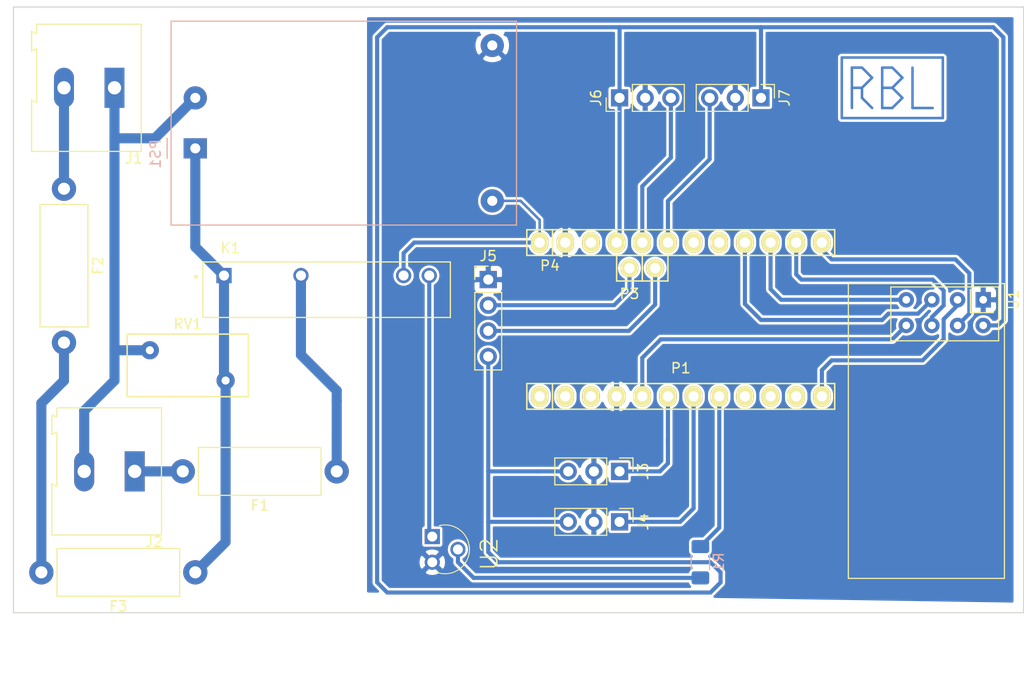
<source format=kicad_pcb>
(kicad_pcb (version 20171130) (host pcbnew "(5.1.12)-1")

  (general
    (thickness 1.6)
    (drawings 11)
    (tracks 151)
    (zones 0)
    (modules 19)
    (nets 33)
  )

  (page A4)
  (title_block
    (date "sam. 04 avril 2015")
  )

  (layers
    (0 F.Cu signal)
    (31 B.Cu signal)
    (32 B.Adhes user)
    (33 F.Adhes user)
    (34 B.Paste user)
    (35 F.Paste user)
    (36 B.SilkS user)
    (37 F.SilkS user)
    (38 B.Mask user)
    (39 F.Mask user)
    (40 Dwgs.User user)
    (41 Cmts.User user)
    (42 Eco1.User user)
    (43 Eco2.User user)
    (44 Edge.Cuts user)
    (45 Margin user)
    (46 B.CrtYd user)
    (47 F.CrtYd user)
    (48 B.Fab user)
    (49 F.Fab user)
  )

  (setup
    (last_trace_width 0.25)
    (user_trace_width 0.4064)
    (user_trace_width 1)
    (trace_clearance 0.2)
    (zone_clearance 0.25)
    (zone_45_only no)
    (trace_min 0.2)
    (via_size 0.6)
    (via_drill 0.4)
    (via_min_size 0.4)
    (via_min_drill 0.3)
    (uvia_size 0.3)
    (uvia_drill 0.1)
    (uvias_allowed no)
    (uvia_min_size 0.2)
    (uvia_min_drill 0.1)
    (edge_width 0.1)
    (segment_width 0.15)
    (pcb_text_width 0.3)
    (pcb_text_size 1.5 1.5)
    (mod_edge_width 0.15)
    (mod_text_size 1 1)
    (mod_text_width 0.15)
    (pad_size 1.5 1.5)
    (pad_drill 0.6)
    (pad_to_mask_clearance 0)
    (aux_axis_origin 137.16 114.3)
    (visible_elements 7FFFFFFF)
    (pcbplotparams
      (layerselection 0x01000_fffffffe)
      (usegerberextensions false)
      (usegerberattributes true)
      (usegerberadvancedattributes true)
      (creategerberjobfile true)
      (excludeedgelayer true)
      (linewidth 0.100000)
      (plotframeref false)
      (viasonmask false)
      (mode 1)
      (useauxorigin false)
      (hpglpennumber 1)
      (hpglpenspeed 20)
      (hpglpendiameter 15.000000)
      (psnegative false)
      (psa4output false)
      (plotreference true)
      (plotvalue true)
      (plotinvisibletext false)
      (padsonsilk false)
      (subtractmaskfromsilk false)
      (outputformat 1)
      (mirror false)
      (drillshape 0)
      (scaleselection 1)
      (outputdirectory "Gerbers/"))
  )

  (net 0 "")
  (net 1 "/1(Tx)")
  (net 2 "/0(Rx)")
  (net 3 /Reset)
  (net 4 GND)
  (net 5 "/6(**)")
  (net 6 /7)
  (net 7 /8)
  (net 8 VCC)
  (net 9 /A1)
  (net 10 /A0)
  (net 11 "Net-(F1-Pad2)")
  (net 12 TB2)
  (net 13 "Net-(F2-Pad2)")
  (net 14 "Net-(F2-Pad1)")
  (net 15 AC+)
  (net 16 "Net-(J1-Pad1)")
  (net 17 PROMINI_PIN3)
  (net 18 PROMINI_PIN4)
  (net 19 PROMINI_A4)
  (net 20 PROMINI_A5)
  (net 21 PROMINI_A3)
  (net 22 PROMINI_A2)
  (net 23 VDD)
  (net 24 BJT_C)
  (net 25 PROMINI_IRQ)
  (net 26 PROMINI_PIN5)
  (net 27 PROMINI_CE)
  (net 28 PROMINI_SCK)
  (net 29 PROMINI_MISO)
  (net 30 PROMINI_MOSI)
  (net 31 PROMINI_CSN)
  (net 32 "Net-(R1-Pad1)")

  (net_class Default "This is the default net class."
    (clearance 0.2)
    (trace_width 0.25)
    (via_dia 0.6)
    (via_drill 0.4)
    (uvia_dia 0.3)
    (uvia_drill 0.1)
    (add_net "/0(Rx)")
    (add_net "/1(Tx)")
    (add_net "/6(**)")
    (add_net /7)
    (add_net /8)
    (add_net /A0)
    (add_net /A1)
    (add_net /Reset)
    (add_net AC+)
    (add_net BJT_C)
    (add_net GND)
    (add_net "Net-(F1-Pad2)")
    (add_net "Net-(F2-Pad1)")
    (add_net "Net-(F2-Pad2)")
    (add_net "Net-(J1-Pad1)")
    (add_net "Net-(R1-Pad1)")
    (add_net PROMINI_A2)
    (add_net PROMINI_A3)
    (add_net PROMINI_A4)
    (add_net PROMINI_A5)
    (add_net PROMINI_CE)
    (add_net PROMINI_CSN)
    (add_net PROMINI_IRQ)
    (add_net PROMINI_MISO)
    (add_net PROMINI_MOSI)
    (add_net PROMINI_PIN3)
    (add_net PROMINI_PIN4)
    (add_net PROMINI_PIN5)
    (add_net PROMINI_SCK)
    (add_net TB2)
    (add_net VCC)
    (add_net VDD)
  )

  (module RF_Module:nRF24L01_Breakout (layer F.Cu) (tedit 5A056C61) (tstamp 61C0FCD2)
    (at 196 89 270)
    (descr "nRF24L01 breakout board")
    (tags "nRF24L01 adapter breakout")
    (path /61B9C87B)
    (fp_text reference U1 (at 0 -3 90) (layer F.SilkS)
      (effects (font (size 1 1) (thickness 0.15)))
    )
    (fp_text value NRF24L01_Breakout (at 13 5 90) (layer F.Fab)
      (effects (font (size 1 1) (thickness 0.15)))
    )
    (fp_line (start -1.5 -2) (end 27.5 -2) (layer F.Fab) (width 0.1))
    (fp_line (start 27.5 -2) (end 27.5 13.25) (layer F.Fab) (width 0.1))
    (fp_line (start 27.5 13.25) (end -1.5 13.25) (layer F.Fab) (width 0.1))
    (fp_line (start -1.5 13.25) (end -1.5 -2) (layer F.Fab) (width 0.1))
    (fp_line (start -1.5 -2) (end -1.5 -2) (layer F.Fab) (width 0.1))
    (fp_line (start -1.27 -1.27) (end 3.81 -1.27) (layer F.Fab) (width 0.1))
    (fp_line (start 3.81 -1.27) (end 3.81 8.89) (layer F.Fab) (width 0.1))
    (fp_line (start 3.81 8.89) (end -1.27 8.89) (layer F.Fab) (width 0.1))
    (fp_line (start -1.27 8.89) (end -1.27 -1.27) (layer F.Fab) (width 0.1))
    (fp_line (start -1.27 -1.27) (end -1.27 -1.27) (layer F.Fab) (width 0.1))
    (fp_line (start -1.27 -1.524) (end 4.064 -1.524) (layer F.SilkS) (width 0.12))
    (fp_line (start 4.064 -1.524) (end 4.064 9.144) (layer F.SilkS) (width 0.12))
    (fp_line (start 4.064 9.144) (end -1.27 9.144) (layer F.SilkS) (width 0.12))
    (fp_line (start -1.27 9.144) (end -1.27 9.144) (layer F.SilkS) (width 0.12))
    (fp_line (start 1.27 -1.016) (end 1.27 1.27) (layer F.SilkS) (width 0.12))
    (fp_line (start 1.27 1.27) (end -1.016 1.27) (layer F.SilkS) (width 0.12))
    (fp_line (start -1.016 1.27) (end -1.016 1.27) (layer F.SilkS) (width 0.12))
    (fp_line (start -1.6 -2.1) (end 27.6 -2.1) (layer F.SilkS) (width 0.12))
    (fp_line (start 27.6 -2.1) (end 27.6 13.35) (layer F.SilkS) (width 0.12))
    (fp_line (start 27.6 13.35) (end -1.6 13.35) (layer F.SilkS) (width 0.12))
    (fp_line (start -1.6 13.35) (end -1.6 -2.1) (layer F.SilkS) (width 0.12))
    (fp_line (start -1.6 -2.1) (end -1.6 -2.1) (layer F.SilkS) (width 0.12))
    (fp_line (start -1.27 9.144) (end -1.27 -1.524) (layer F.SilkS) (width 0.12))
    (fp_line (start -1.27 -1.524) (end -1.27 -1.524) (layer F.SilkS) (width 0.12))
    (fp_line (start 27.75 -2.25) (end -1.75 -2.25) (layer F.CrtYd) (width 0.05))
    (fp_line (start -1.75 -2.25) (end -1.75 13.5) (layer F.CrtYd) (width 0.05))
    (fp_line (start -1.75 13.5) (end 27.75 13.5) (layer F.CrtYd) (width 0.05))
    (fp_line (start 27.75 13.5) (end 27.75 -2.25) (layer F.CrtYd) (width 0.05))
    (fp_line (start 27.75 -2.25) (end 27.75 -2.25) (layer F.CrtYd) (width 0.05))
    (pad 8 thru_hole circle (at 2.54 7.62 270) (size 1.524 1.524) (drill 0.762) (layers *.Cu *.Mask)
      (net 25 PROMINI_IRQ))
    (pad 7 thru_hole circle (at 0 7.62 270) (size 1.524 1.524) (drill 0.762) (layers *.Cu *.Mask)
      (net 29 PROMINI_MISO))
    (pad 6 thru_hole circle (at 2.54 5.08 270) (size 1.524 1.524) (drill 0.762) (layers *.Cu *.Mask)
      (net 30 PROMINI_MOSI))
    (pad 5 thru_hole circle (at 0 5.08 270) (size 1.524 1.524) (drill 0.762) (layers *.Cu *.Mask)
      (net 28 PROMINI_SCK))
    (pad 4 thru_hole circle (at 2.54 2.54 270) (size 1.524 1.524) (drill 0.762) (layers *.Cu *.Mask)
      (net 31 PROMINI_CSN))
    (pad 3 thru_hole circle (at 0 2.54 270) (size 1.524 1.524) (drill 0.762) (layers *.Cu *.Mask)
      (net 27 PROMINI_CE))
    (pad 2 thru_hole circle (at 2.54 0 270) (size 1.524 1.524) (drill 0.762) (layers *.Cu *.Mask)
      (net 8 VCC))
    (pad 1 thru_hole rect (at 0 0 270) (size 1.524 1.524) (drill 0.762) (layers *.Cu *.Mask)
      (net 4 GND))
    (model ${KISYS3DMOD}/RF_Module.3dshapes/nRF24L01_Breakout.wrl
      (at (xyz 0 0 0))
      (scale (xyz 1 1 1))
      (rotate (xyz 0 0 0))
    )
  )

  (module Converter_ACDC:Converter_ACDC_HiLink_HLK-PMxx (layer B.Cu) (tedit 5C1AC1CD) (tstamp 61C0FC84)
    (at 118 74)
    (descr "ACDC-Converter, 3W, HiLink, HLK-PMxx, THT, http://www.hlktech.net/product_detail.php?ProId=54")
    (tags "ACDC-Converter 3W THT HiLink board mount module")
    (path /61B7AF0B)
    (fp_text reference PS1 (at -3.94 0.55 -90) (layer B.SilkS)
      (effects (font (size 1 1) (thickness 0.15)) (justify mirror))
    )
    (fp_text value HLK-PM01 (at 15.79 -13.85) (layer B.Fab)
      (effects (font (size 1 1) (thickness 0.15)) (justify mirror))
    )
    (fp_text user %R (at 14.68 -1.17) (layer B.Fab)
      (effects (font (size 1 1) (thickness 0.15)) (justify mirror))
    )
    (fp_line (start -2.79 1) (end -2.79 -1.01) (layer B.SilkS) (width 0.12))
    (fp_line (start 31.8 7.6) (end -2.4 7.6) (layer B.SilkS) (width 0.12))
    (fp_line (start 31.8 -12.6) (end 31.8 7.6) (layer B.SilkS) (width 0.12))
    (fp_line (start -2.4 -12.6) (end 31.8 -12.6) (layer B.SilkS) (width 0.12))
    (fp_line (start -2.4 7.6) (end -2.4 -12.6) (layer B.SilkS) (width 0.12))
    (fp_line (start -2.55 7.75) (end -2.55 -12.75) (layer B.CrtYd) (width 0.05))
    (fp_line (start 31.95 7.75) (end -2.55 7.75) (layer B.CrtYd) (width 0.05))
    (fp_line (start 31.95 -12.75) (end 31.95 7.75) (layer B.CrtYd) (width 0.05))
    (fp_line (start -2.55 -12.75) (end 31.95 -12.75) (layer B.CrtYd) (width 0.05))
    (fp_line (start -2.3 1) (end -2.3 7.5) (layer B.Fab) (width 0.1))
    (fp_line (start -2.29 1) (end -1.29 0) (layer B.Fab) (width 0.1))
    (fp_line (start -1.29 0) (end -2.29 -1) (layer B.Fab) (width 0.1))
    (fp_line (start -2.3 7.5) (end 31.7 7.5) (layer B.Fab) (width 0.1))
    (fp_line (start -2.3 -12.5) (end -2.3 -0.99) (layer B.Fab) (width 0.1))
    (fp_line (start 31.7 -12.5) (end 31.7 7.5) (layer B.Fab) (width 0.1))
    (fp_line (start -2.3 -12.5) (end 31.7 -12.5) (layer B.Fab) (width 0.1))
    (pad 3 thru_hole circle (at 29.4 5.2) (size 2.3 2.3) (drill 1) (layers *.Cu *.Mask)
      (net 23 VDD))
    (pad 1 thru_hole rect (at 0 0) (size 2.3 2) (drill 1) (layers *.Cu *.Mask)
      (net 15 AC+))
    (pad 2 thru_hole circle (at 0 -5) (size 2.3 2.3) (drill 1) (layers *.Cu *.Mask)
      (net 16 "Net-(J1-Pad1)"))
    (pad 4 thru_hole circle (at 29.4 -10.2) (size 2.3 2.3) (drill 1) (layers *.Cu *.Mask)
      (net 4 GND))
    (model ${KISYS3DMOD}/Converter_ACDC.3dshapes/Converter_ACDC_HiLink_HLK-PMxx.wrl
      (at (xyz 0 0 0))
      (scale (xyz 1 1 1))
      (rotate (xyz 0 0 0))
    )
  )

  (module Resistor_THT:R_Axial_DIN0414_L11.9mm_D4.5mm_P15.24mm_Horizontal (layer F.Cu) (tedit 5AE5139B) (tstamp 61C0FA6B)
    (at 118 116 180)
    (descr "Resistor, Axial_DIN0414 series, Axial, Horizontal, pin pitch=15.24mm, 2W, length*diameter=11.9*4.5mm^2, http://www.vishay.com/docs/20128/wkxwrx.pdf")
    (tags "Resistor Axial_DIN0414 series Axial Horizontal pin pitch 15.24mm 2W length 11.9mm diameter 4.5mm")
    (path /61B77B8E)
    (fp_text reference F3 (at 7.62 -3.37) (layer F.SilkS)
      (effects (font (size 1 1) (thickness 0.15)))
    )
    (fp_text value Fuse (at 7.62 3.37) (layer F.Fab)
      (effects (font (size 1 1) (thickness 0.15)))
    )
    (fp_line (start 1.67 -2.25) (end 1.67 2.25) (layer F.Fab) (width 0.1))
    (fp_line (start 1.67 2.25) (end 13.57 2.25) (layer F.Fab) (width 0.1))
    (fp_line (start 13.57 2.25) (end 13.57 -2.25) (layer F.Fab) (width 0.1))
    (fp_line (start 13.57 -2.25) (end 1.67 -2.25) (layer F.Fab) (width 0.1))
    (fp_line (start 0 0) (end 1.67 0) (layer F.Fab) (width 0.1))
    (fp_line (start 15.24 0) (end 13.57 0) (layer F.Fab) (width 0.1))
    (fp_line (start 1.55 -2.37) (end 1.55 2.37) (layer F.SilkS) (width 0.12))
    (fp_line (start 1.55 2.37) (end 13.69 2.37) (layer F.SilkS) (width 0.12))
    (fp_line (start 13.69 2.37) (end 13.69 -2.37) (layer F.SilkS) (width 0.12))
    (fp_line (start 13.69 -2.37) (end 1.55 -2.37) (layer F.SilkS) (width 0.12))
    (fp_line (start 1.44 0) (end 1.55 0) (layer F.SilkS) (width 0.12))
    (fp_line (start 13.8 0) (end 13.69 0) (layer F.SilkS) (width 0.12))
    (fp_line (start -1.45 -2.5) (end -1.45 2.5) (layer F.CrtYd) (width 0.05))
    (fp_line (start -1.45 2.5) (end 16.69 2.5) (layer F.CrtYd) (width 0.05))
    (fp_line (start 16.69 2.5) (end 16.69 -2.5) (layer F.CrtYd) (width 0.05))
    (fp_line (start 16.69 -2.5) (end -1.45 -2.5) (layer F.CrtYd) (width 0.05))
    (fp_text user %R (at 8 0) (layer F.Fab)
      (effects (font (size 1 1) (thickness 0.15)))
    )
    (pad 2 thru_hole oval (at 15.24 0 180) (size 2.4 2.4) (drill 1.2) (layers *.Cu *.Mask)
      (net 13 "Net-(F2-Pad2)"))
    (pad 1 thru_hole circle (at 0 0 180) (size 2.4 2.4) (drill 1.2) (layers *.Cu *.Mask)
      (net 15 AC+))
    (model ${KISYS3DMOD}/Resistor_THT.3dshapes/R_Axial_DIN0414_L11.9mm_D4.5mm_P15.24mm_Horizontal.wrl
      (at (xyz 0 0 0))
      (scale (xyz 1 1 1))
      (rotate (xyz 0 0 0))
    )
  )

  (module Resistor_SMD:R_1206_3216Metric_Pad1.30x1.75mm_HandSolder (layer B.Cu) (tedit 5F68FEEE) (tstamp 61C0FC95)
    (at 168 115 90)
    (descr "Resistor SMD 1206 (3216 Metric), square (rectangular) end terminal, IPC_7351 nominal with elongated pad for handsoldering. (Body size source: IPC-SM-782 page 72, https://www.pcb-3d.com/wordpress/wp-content/uploads/ipc-sm-782a_amendment_1_and_2.pdf), generated with kicad-footprint-generator")
    (tags "resistor handsolder")
    (path /61B80920)
    (attr smd)
    (fp_text reference R1 (at 0 1.82 90) (layer B.SilkS)
      (effects (font (size 1 1) (thickness 0.15)) (justify mirror))
    )
    (fp_text value R (at 0 -1.82 90) (layer B.Fab)
      (effects (font (size 1 1) (thickness 0.15)) (justify mirror))
    )
    (fp_line (start -1.6 -0.8) (end -1.6 0.8) (layer B.Fab) (width 0.1))
    (fp_line (start -1.6 0.8) (end 1.6 0.8) (layer B.Fab) (width 0.1))
    (fp_line (start 1.6 0.8) (end 1.6 -0.8) (layer B.Fab) (width 0.1))
    (fp_line (start 1.6 -0.8) (end -1.6 -0.8) (layer B.Fab) (width 0.1))
    (fp_line (start -0.727064 0.91) (end 0.727064 0.91) (layer B.SilkS) (width 0.12))
    (fp_line (start -0.727064 -0.91) (end 0.727064 -0.91) (layer B.SilkS) (width 0.12))
    (fp_line (start -2.45 -1.12) (end -2.45 1.12) (layer B.CrtYd) (width 0.05))
    (fp_line (start -2.45 1.12) (end 2.45 1.12) (layer B.CrtYd) (width 0.05))
    (fp_line (start 2.45 1.12) (end 2.45 -1.12) (layer B.CrtYd) (width 0.05))
    (fp_line (start 2.45 -1.12) (end -2.45 -1.12) (layer B.CrtYd) (width 0.05))
    (fp_text user %R (at 0 0 90) (layer B.Fab)
      (effects (font (size 0.8 0.8) (thickness 0.12)) (justify mirror))
    )
    (pad 2 smd roundrect (at 1.55 0 90) (size 1.3 1.75) (layers B.Cu B.Paste B.Mask) (roundrect_rratio 0.1923069230769231)
      (net 26 PROMINI_PIN5))
    (pad 1 smd roundrect (at -1.55 0 90) (size 1.3 1.75) (layers B.Cu B.Paste B.Mask) (roundrect_rratio 0.1923069230769231)
      (net 32 "Net-(R1-Pad1)"))
    (model ${KISYS3DMOD}/Resistor_SMD.3dshapes/R_1206_3216Metric.wrl
      (at (xyz 0 0 0))
      (scale (xyz 1 1 1))
      (rotate (xyz 0 0 0))
    )
  )

  (module BC547C:TO127P254X732-3 (layer F.Cu) (tedit 61B77237) (tstamp 61C0FCDD)
    (at 144 115 270)
    (path /61B7BD7B)
    (fp_text reference U2 (at -0.812805 -3.098815 90) (layer F.SilkS)
      (effects (font (size 1.640008 1.640008) (thickness 0.15)))
    )
    (fp_text value BC547C (at 8.612195 5.004745 90) (layer F.Fab)
      (effects (font (size 1.640307 1.640307) (thickness 0.15)))
    )
    (fp_line (start -3.2004 2.7178) (end 0.6604 2.7178) (layer F.Fab) (width 0.1524))
    (fp_arc (start -1.27 1.289379) (end 0.6604 2.7178) (angle -253) (layer F.Fab) (width 0.1))
    (fp_arc (start -1.310034 1.256948) (end 0.9906 2.1082) (angle -20) (layer F.SilkS) (width 0.1))
    (fp_arc (start -1.276434 1.277367) (end 1.143 1.27) (angle -193) (layer F.SilkS) (width 0.1))
    (pad 3 thru_hole circle (at 0 2.54 270) (size 1.4986 1.4986) (drill 0.9906) (layers *.Cu *.Mask)
      (net 4 GND))
    (pad 2 thru_hole circle (at -1.27 0 270) (size 1.4986 1.4986) (drill 0.9906) (layers *.Cu *.Mask)
      (net 32 "Net-(R1-Pad1)"))
    (pad 1 thru_hole rect (at -2.54 2.54 270) (size 1.4986 1.4986) (drill 0.9906) (layers *.Cu *.Mask)
      (net 24 BJT_C))
  )

  (module Varistor:RV_Disc_D12mm_W6.2mm_P7.5mm (layer F.Cu) (tedit 5A0F68DF) (tstamp 61C0FCA8)
    (at 121 97 180)
    (descr "Varistor, diameter 12mm, width 6.2mm, pitch 7.5mm")
    (tags "varistor SIOV")
    (path /61B78D96)
    (fp_text reference RV1 (at 3.75 5.6) (layer F.SilkS)
      (effects (font (size 1 1) (thickness 0.15)))
    )
    (fp_text value Varistor (at 3.75 -2.6) (layer F.Fab)
      (effects (font (size 1 1) (thickness 0.15)))
    )
    (fp_line (start -2.5 4.85) (end 10 4.85) (layer F.CrtYd) (width 0.05))
    (fp_line (start -2.5 -1.85) (end 10 -1.85) (layer F.CrtYd) (width 0.05))
    (fp_line (start 10 -1.85) (end 10 4.85) (layer F.CrtYd) (width 0.05))
    (fp_line (start -2.5 -1.85) (end -2.5 4.85) (layer F.CrtYd) (width 0.05))
    (fp_line (start -2.25 4.6) (end 9.75 4.6) (layer F.SilkS) (width 0.15))
    (fp_line (start -2.25 -1.6) (end 9.75 -1.6) (layer F.SilkS) (width 0.15))
    (fp_line (start 9.75 -1.6) (end 9.75 4.6) (layer F.SilkS) (width 0.15))
    (fp_line (start -2.25 -1.6) (end -2.25 4.6) (layer F.SilkS) (width 0.15))
    (fp_line (start -2.25 4.6) (end 9.75 4.6) (layer F.Fab) (width 0.1))
    (fp_line (start -2.25 -1.6) (end 9.75 -1.6) (layer F.Fab) (width 0.1))
    (fp_line (start 9.75 -1.6) (end 9.75 4.6) (layer F.Fab) (width 0.1))
    (fp_line (start -2.25 -1.6) (end -2.25 4.6) (layer F.Fab) (width 0.1))
    (fp_text user %R (at 3.75 1.5) (layer F.Fab)
      (effects (font (size 1 1) (thickness 0.15)))
    )
    (pad 2 thru_hole circle (at 7.5 3 180) (size 1.8 1.8) (drill 0.8) (layers *.Cu *.Mask)
      (net 16 "Net-(J1-Pad1)"))
    (pad 1 thru_hole circle (at 0 0 180) (size 1.8 1.8) (drill 0.8) (layers *.Cu *.Mask)
      (net 15 AC+))
    (model ${KISYS3DMOD}/Varistor.3dshapes/RV_Disc_D12mm_W6.2mm_P7.5mm.wrl
      (at (xyz 0 0 0))
      (scale (xyz 1 1 1))
      (rotate (xyz 0 0 0))
    )
  )

  (module G3MB-202PDC5:RELAY_G3MB-202PDC5 (layer F.Cu) (tedit 61B76F8E) (tstamp 61C0FBC3)
    (at 131 88)
    (path /61B780B3)
    (fp_text reference K1 (at -9.525 -4.135) (layer F.SilkS)
      (effects (font (size 1 1) (thickness 0.15)))
    )
    (fp_text value G3MB-202PDC5 (at -1.27 4.135) (layer F.Fab)
      (effects (font (size 1 1) (thickness 0.15)))
    )
    (fp_line (start 12.25 -2.75) (end -12.25 -2.75) (layer F.SilkS) (width 0.127))
    (fp_line (start -12.25 -2.75) (end -12.25 2.75) (layer F.SilkS) (width 0.127))
    (fp_line (start -12.25 2.75) (end 12.25 2.75) (layer F.SilkS) (width 0.127))
    (fp_line (start 12.25 2.75) (end 12.25 -2.75) (layer F.SilkS) (width 0.127))
    (fp_line (start 12.5 3) (end -12.5 3) (layer F.CrtYd) (width 0.05))
    (fp_line (start -12.5 3) (end -12.5 -3) (layer F.CrtYd) (width 0.05))
    (fp_line (start -12.5 -3) (end 12.5 -3) (layer F.CrtYd) (width 0.05))
    (fp_line (start 12.5 -3) (end 12.5 3) (layer F.CrtYd) (width 0.05))
    (fp_circle (center -12.93 -1.27) (end -12.83 -1.27) (layer F.SilkS) (width 0.2))
    (fp_line (start 12.25 -2.75) (end -12.25 -2.75) (layer F.Fab) (width 0.127))
    (fp_line (start -12.25 -2.75) (end -12.25 2.75) (layer F.Fab) (width 0.127))
    (fp_line (start -12.25 2.75) (end 12.25 2.75) (layer F.Fab) (width 0.127))
    (fp_line (start 12.25 2.75) (end 12.25 -2.75) (layer F.Fab) (width 0.127))
    (fp_circle (center -12.93 -1.27) (end -12.83 -1.27) (layer F.Fab) (width 0.2))
    (pad 1 thru_hole rect (at -10.16 -1.4) (size 1.508 1.508) (drill 1) (layers *.Cu *.Mask)
      (net 15 AC+))
    (pad 2 thru_hole circle (at -2.54 -1.4) (size 1.508 1.508) (drill 1) (layers *.Cu *.Mask)
      (net 12 TB2))
    (pad 3 thru_hole circle (at 7.62 -1.4) (size 1.508 1.508) (drill 1) (layers *.Cu *.Mask)
      (net 23 VDD))
    (pad 4 thru_hole circle (at 10.16 -1.4) (size 1.508 1.508) (drill 1) (layers *.Cu *.Mask)
      (net 24 BJT_C))
  )

  (module Connector_PinHeader_2.54mm:PinHeader_1x03_P2.54mm_Vertical (layer F.Cu) (tedit 59FED5CC) (tstamp 61C0FBAD)
    (at 174 69 270)
    (descr "Through hole straight pin header, 1x03, 2.54mm pitch, single row")
    (tags "Through hole pin header THT 1x03 2.54mm single row")
    (path /61C0ADB8)
    (fp_text reference J7 (at 0 -2.33 90) (layer F.SilkS)
      (effects (font (size 1 1) (thickness 0.15)))
    )
    (fp_text value Conn_01x03_Male (at 0 7.41 90) (layer F.Fab)
      (effects (font (size 1 1) (thickness 0.15)))
    )
    (fp_line (start -0.635 -1.27) (end 1.27 -1.27) (layer F.Fab) (width 0.1))
    (fp_line (start 1.27 -1.27) (end 1.27 6.35) (layer F.Fab) (width 0.1))
    (fp_line (start 1.27 6.35) (end -1.27 6.35) (layer F.Fab) (width 0.1))
    (fp_line (start -1.27 6.35) (end -1.27 -0.635) (layer F.Fab) (width 0.1))
    (fp_line (start -1.27 -0.635) (end -0.635 -1.27) (layer F.Fab) (width 0.1))
    (fp_line (start -1.33 6.41) (end 1.33 6.41) (layer F.SilkS) (width 0.12))
    (fp_line (start -1.33 1.27) (end -1.33 6.41) (layer F.SilkS) (width 0.12))
    (fp_line (start 1.33 1.27) (end 1.33 6.41) (layer F.SilkS) (width 0.12))
    (fp_line (start -1.33 1.27) (end 1.33 1.27) (layer F.SilkS) (width 0.12))
    (fp_line (start -1.33 0) (end -1.33 -1.33) (layer F.SilkS) (width 0.12))
    (fp_line (start -1.33 -1.33) (end 0 -1.33) (layer F.SilkS) (width 0.12))
    (fp_line (start -1.8 -1.8) (end -1.8 6.85) (layer F.CrtYd) (width 0.05))
    (fp_line (start -1.8 6.85) (end 1.8 6.85) (layer F.CrtYd) (width 0.05))
    (fp_line (start 1.8 6.85) (end 1.8 -1.8) (layer F.CrtYd) (width 0.05))
    (fp_line (start 1.8 -1.8) (end -1.8 -1.8) (layer F.CrtYd) (width 0.05))
    (fp_text user %R (at 0 2.54) (layer F.Fab)
      (effects (font (size 1 1) (thickness 0.15)))
    )
    (pad 3 thru_hole oval (at 0 5.08 270) (size 1.7 1.7) (drill 1) (layers *.Cu *.Mask)
      (net 22 PROMINI_A2))
    (pad 2 thru_hole oval (at 0 2.54 270) (size 1.7 1.7) (drill 1) (layers *.Cu *.Mask)
      (net 4 GND))
    (pad 1 thru_hole rect (at 0 0 270) (size 1.7 1.7) (drill 1) (layers *.Cu *.Mask)
      (net 8 VCC))
    (model ${KISYS3DMOD}/Connector_PinHeader_2.54mm.3dshapes/PinHeader_1x03_P2.54mm_Vertical.wrl
      (at (xyz 0 0 0))
      (scale (xyz 1 1 1))
      (rotate (xyz 0 0 0))
    )
  )

  (module Connector_PinHeader_2.54mm:PinHeader_1x03_P2.54mm_Vertical (layer F.Cu) (tedit 59FED5CC) (tstamp 61C0FB96)
    (at 160 69 90)
    (descr "Through hole straight pin header, 1x03, 2.54mm pitch, single row")
    (tags "Through hole pin header THT 1x03 2.54mm single row")
    (path /61B8227F)
    (fp_text reference J6 (at 0 -2.33 90) (layer F.SilkS)
      (effects (font (size 1 1) (thickness 0.15)))
    )
    (fp_text value Conn_01x03_Male (at 0 7.41 90) (layer F.Fab)
      (effects (font (size 1 1) (thickness 0.15)))
    )
    (fp_line (start -0.635 -1.27) (end 1.27 -1.27) (layer F.Fab) (width 0.1))
    (fp_line (start 1.27 -1.27) (end 1.27 6.35) (layer F.Fab) (width 0.1))
    (fp_line (start 1.27 6.35) (end -1.27 6.35) (layer F.Fab) (width 0.1))
    (fp_line (start -1.27 6.35) (end -1.27 -0.635) (layer F.Fab) (width 0.1))
    (fp_line (start -1.27 -0.635) (end -0.635 -1.27) (layer F.Fab) (width 0.1))
    (fp_line (start -1.33 6.41) (end 1.33 6.41) (layer F.SilkS) (width 0.12))
    (fp_line (start -1.33 1.27) (end -1.33 6.41) (layer F.SilkS) (width 0.12))
    (fp_line (start 1.33 1.27) (end 1.33 6.41) (layer F.SilkS) (width 0.12))
    (fp_line (start -1.33 1.27) (end 1.33 1.27) (layer F.SilkS) (width 0.12))
    (fp_line (start -1.33 0) (end -1.33 -1.33) (layer F.SilkS) (width 0.12))
    (fp_line (start -1.33 -1.33) (end 0 -1.33) (layer F.SilkS) (width 0.12))
    (fp_line (start -1.8 -1.8) (end -1.8 6.85) (layer F.CrtYd) (width 0.05))
    (fp_line (start -1.8 6.85) (end 1.8 6.85) (layer F.CrtYd) (width 0.05))
    (fp_line (start 1.8 6.85) (end 1.8 -1.8) (layer F.CrtYd) (width 0.05))
    (fp_line (start 1.8 -1.8) (end -1.8 -1.8) (layer F.CrtYd) (width 0.05))
    (fp_text user %R (at 0 2.54) (layer F.Fab)
      (effects (font (size 1 1) (thickness 0.15)))
    )
    (pad 3 thru_hole oval (at 0 5.08 90) (size 1.7 1.7) (drill 1) (layers *.Cu *.Mask)
      (net 21 PROMINI_A3))
    (pad 2 thru_hole oval (at 0 2.54 90) (size 1.7 1.7) (drill 1) (layers *.Cu *.Mask)
      (net 4 GND))
    (pad 1 thru_hole rect (at 0 0 90) (size 1.7 1.7) (drill 1) (layers *.Cu *.Mask)
      (net 8 VCC))
    (model ${KISYS3DMOD}/Connector_PinHeader_2.54mm.3dshapes/PinHeader_1x03_P2.54mm_Vertical.wrl
      (at (xyz 0 0 0))
      (scale (xyz 1 1 1))
      (rotate (xyz 0 0 0))
    )
  )

  (module Connector_PinHeader_2.54mm:PinHeader_1x04_P2.54mm_Vertical (layer F.Cu) (tedit 59FED5CC) (tstamp 61C0FB7F)
    (at 147 87)
    (descr "Through hole straight pin header, 1x04, 2.54mm pitch, single row")
    (tags "Through hole pin header THT 1x04 2.54mm single row")
    (path /61C0D877)
    (fp_text reference J5 (at 0 -2.33) (layer F.SilkS)
      (effects (font (size 1 1) (thickness 0.15)))
    )
    (fp_text value Conn_01x04_Male (at 0 9.95) (layer F.Fab)
      (effects (font (size 1 1) (thickness 0.15)))
    )
    (fp_line (start -0.635 -1.27) (end 1.27 -1.27) (layer F.Fab) (width 0.1))
    (fp_line (start 1.27 -1.27) (end 1.27 8.89) (layer F.Fab) (width 0.1))
    (fp_line (start 1.27 8.89) (end -1.27 8.89) (layer F.Fab) (width 0.1))
    (fp_line (start -1.27 8.89) (end -1.27 -0.635) (layer F.Fab) (width 0.1))
    (fp_line (start -1.27 -0.635) (end -0.635 -1.27) (layer F.Fab) (width 0.1))
    (fp_line (start -1.33 8.95) (end 1.33 8.95) (layer F.SilkS) (width 0.12))
    (fp_line (start -1.33 1.27) (end -1.33 8.95) (layer F.SilkS) (width 0.12))
    (fp_line (start 1.33 1.27) (end 1.33 8.95) (layer F.SilkS) (width 0.12))
    (fp_line (start -1.33 1.27) (end 1.33 1.27) (layer F.SilkS) (width 0.12))
    (fp_line (start -1.33 0) (end -1.33 -1.33) (layer F.SilkS) (width 0.12))
    (fp_line (start -1.33 -1.33) (end 0 -1.33) (layer F.SilkS) (width 0.12))
    (fp_line (start -1.8 -1.8) (end -1.8 9.4) (layer F.CrtYd) (width 0.05))
    (fp_line (start -1.8 9.4) (end 1.8 9.4) (layer F.CrtYd) (width 0.05))
    (fp_line (start 1.8 9.4) (end 1.8 -1.8) (layer F.CrtYd) (width 0.05))
    (fp_line (start 1.8 -1.8) (end -1.8 -1.8) (layer F.CrtYd) (width 0.05))
    (fp_text user %R (at 0 3.81 90) (layer F.Fab)
      (effects (font (size 1 1) (thickness 0.15)))
    )
    (pad 4 thru_hole oval (at 0 7.62) (size 1.7 1.7) (drill 1) (layers *.Cu *.Mask)
      (net 8 VCC))
    (pad 3 thru_hole oval (at 0 5.08) (size 1.7 1.7) (drill 1) (layers *.Cu *.Mask)
      (net 19 PROMINI_A4))
    (pad 2 thru_hole oval (at 0 2.54) (size 1.7 1.7) (drill 1) (layers *.Cu *.Mask)
      (net 20 PROMINI_A5))
    (pad 1 thru_hole rect (at 0 0) (size 1.7 1.7) (drill 1) (layers *.Cu *.Mask)
      (net 4 GND))
    (model ${KISYS3DMOD}/Connector_PinHeader_2.54mm.3dshapes/PinHeader_1x04_P2.54mm_Vertical.wrl
      (at (xyz 0 0 0))
      (scale (xyz 1 1 1))
      (rotate (xyz 0 0 0))
    )
  )

  (module Connector_PinHeader_2.54mm:PinHeader_1x03_P2.54mm_Vertical (layer F.Cu) (tedit 59FED5CC) (tstamp 61C0FB67)
    (at 160 111 270)
    (descr "Through hole straight pin header, 1x03, 2.54mm pitch, single row")
    (tags "Through hole pin header THT 1x03 2.54mm single row")
    (path /61C0CB78)
    (fp_text reference J4 (at 0 -2.33 90) (layer F.SilkS)
      (effects (font (size 1 1) (thickness 0.15)))
    )
    (fp_text value Conn_01x03_Male (at 0 7.41 90) (layer F.Fab)
      (effects (font (size 1 1) (thickness 0.15)))
    )
    (fp_line (start -0.635 -1.27) (end 1.27 -1.27) (layer F.Fab) (width 0.1))
    (fp_line (start 1.27 -1.27) (end 1.27 6.35) (layer F.Fab) (width 0.1))
    (fp_line (start 1.27 6.35) (end -1.27 6.35) (layer F.Fab) (width 0.1))
    (fp_line (start -1.27 6.35) (end -1.27 -0.635) (layer F.Fab) (width 0.1))
    (fp_line (start -1.27 -0.635) (end -0.635 -1.27) (layer F.Fab) (width 0.1))
    (fp_line (start -1.33 6.41) (end 1.33 6.41) (layer F.SilkS) (width 0.12))
    (fp_line (start -1.33 1.27) (end -1.33 6.41) (layer F.SilkS) (width 0.12))
    (fp_line (start 1.33 1.27) (end 1.33 6.41) (layer F.SilkS) (width 0.12))
    (fp_line (start -1.33 1.27) (end 1.33 1.27) (layer F.SilkS) (width 0.12))
    (fp_line (start -1.33 0) (end -1.33 -1.33) (layer F.SilkS) (width 0.12))
    (fp_line (start -1.33 -1.33) (end 0 -1.33) (layer F.SilkS) (width 0.12))
    (fp_line (start -1.8 -1.8) (end -1.8 6.85) (layer F.CrtYd) (width 0.05))
    (fp_line (start -1.8 6.85) (end 1.8 6.85) (layer F.CrtYd) (width 0.05))
    (fp_line (start 1.8 6.85) (end 1.8 -1.8) (layer F.CrtYd) (width 0.05))
    (fp_line (start 1.8 -1.8) (end -1.8 -1.8) (layer F.CrtYd) (width 0.05))
    (fp_text user %R (at 0 2.54) (layer F.Fab)
      (effects (font (size 1 1) (thickness 0.15)))
    )
    (pad 3 thru_hole oval (at 0 5.08 270) (size 1.7 1.7) (drill 1) (layers *.Cu *.Mask)
      (net 8 VCC))
    (pad 2 thru_hole oval (at 0 2.54 270) (size 1.7 1.7) (drill 1) (layers *.Cu *.Mask)
      (net 4 GND))
    (pad 1 thru_hole rect (at 0 0 270) (size 1.7 1.7) (drill 1) (layers *.Cu *.Mask)
      (net 18 PROMINI_PIN4))
    (model ${KISYS3DMOD}/Connector_PinHeader_2.54mm.3dshapes/PinHeader_1x03_P2.54mm_Vertical.wrl
      (at (xyz 0 0 0))
      (scale (xyz 1 1 1))
      (rotate (xyz 0 0 0))
    )
  )

  (module Connector_PinHeader_2.54mm:PinHeader_1x03_P2.54mm_Vertical (layer F.Cu) (tedit 59FED5CC) (tstamp 61C0FB50)
    (at 160 106 270)
    (descr "Through hole straight pin header, 1x03, 2.54mm pitch, single row")
    (tags "Through hole pin header THT 1x03 2.54mm single row")
    (path /61C0B7B5)
    (fp_text reference J3 (at 0 -2.33 90) (layer F.SilkS)
      (effects (font (size 1 1) (thickness 0.15)))
    )
    (fp_text value Conn_01x03_Male (at 0 7.41 90) (layer F.Fab)
      (effects (font (size 1 1) (thickness 0.15)))
    )
    (fp_line (start -0.635 -1.27) (end 1.27 -1.27) (layer F.Fab) (width 0.1))
    (fp_line (start 1.27 -1.27) (end 1.27 6.35) (layer F.Fab) (width 0.1))
    (fp_line (start 1.27 6.35) (end -1.27 6.35) (layer F.Fab) (width 0.1))
    (fp_line (start -1.27 6.35) (end -1.27 -0.635) (layer F.Fab) (width 0.1))
    (fp_line (start -1.27 -0.635) (end -0.635 -1.27) (layer F.Fab) (width 0.1))
    (fp_line (start -1.33 6.41) (end 1.33 6.41) (layer F.SilkS) (width 0.12))
    (fp_line (start -1.33 1.27) (end -1.33 6.41) (layer F.SilkS) (width 0.12))
    (fp_line (start 1.33 1.27) (end 1.33 6.41) (layer F.SilkS) (width 0.12))
    (fp_line (start -1.33 1.27) (end 1.33 1.27) (layer F.SilkS) (width 0.12))
    (fp_line (start -1.33 0) (end -1.33 -1.33) (layer F.SilkS) (width 0.12))
    (fp_line (start -1.33 -1.33) (end 0 -1.33) (layer F.SilkS) (width 0.12))
    (fp_line (start -1.8 -1.8) (end -1.8 6.85) (layer F.CrtYd) (width 0.05))
    (fp_line (start -1.8 6.85) (end 1.8 6.85) (layer F.CrtYd) (width 0.05))
    (fp_line (start 1.8 6.85) (end 1.8 -1.8) (layer F.CrtYd) (width 0.05))
    (fp_line (start 1.8 -1.8) (end -1.8 -1.8) (layer F.CrtYd) (width 0.05))
    (fp_text user %R (at 0 2.54) (layer F.Fab)
      (effects (font (size 1 1) (thickness 0.15)))
    )
    (pad 3 thru_hole oval (at 0 5.08 270) (size 1.7 1.7) (drill 1) (layers *.Cu *.Mask)
      (net 8 VCC))
    (pad 2 thru_hole oval (at 0 2.54 270) (size 1.7 1.7) (drill 1) (layers *.Cu *.Mask)
      (net 4 GND))
    (pad 1 thru_hole rect (at 0 0 270) (size 1.7 1.7) (drill 1) (layers *.Cu *.Mask)
      (net 17 PROMINI_PIN3))
    (model ${KISYS3DMOD}/Connector_PinHeader_2.54mm.3dshapes/PinHeader_1x03_P2.54mm_Vertical.wrl
      (at (xyz 0 0 0))
      (scale (xyz 1 1 1))
      (rotate (xyz 0 0 0))
    )
  )

  (module TerminalBlock:TerminalBlock_Altech_AK300-2_P5.00mm (layer F.Cu) (tedit 59FF0306) (tstamp 61C0FB39)
    (at 112 106 180)
    (descr "Altech AK300 terminal block, pitch 5.0mm, 45 degree angled, see http://www.mouser.com/ds/2/16/PCBMETRC-24178.pdf")
    (tags "Altech AK300 terminal block pitch 5.0mm")
    (path /61B84292)
    (fp_text reference J2 (at -1.92 -6.99) (layer F.SilkS)
      (effects (font (size 1 1) (thickness 0.15)))
    )
    (fp_text value Screw_Terminal_01x02 (at 2.78 7.75) (layer F.Fab)
      (effects (font (size 1 1) (thickness 0.15)))
    )
    (fp_line (start -2.65 -6.3) (end -2.65 6.3) (layer F.SilkS) (width 0.12))
    (fp_line (start -2.65 6.3) (end 7.7 6.3) (layer F.SilkS) (width 0.12))
    (fp_line (start 7.7 6.3) (end 7.7 5.35) (layer F.SilkS) (width 0.12))
    (fp_line (start 7.7 5.35) (end 8.2 5.6) (layer F.SilkS) (width 0.12))
    (fp_line (start 8.2 5.6) (end 8.2 3.7) (layer F.SilkS) (width 0.12))
    (fp_line (start 8.2 3.7) (end 8.2 3.65) (layer F.SilkS) (width 0.12))
    (fp_line (start 8.2 3.65) (end 7.7 3.9) (layer F.SilkS) (width 0.12))
    (fp_line (start 7.7 3.9) (end 7.7 -1.5) (layer F.SilkS) (width 0.12))
    (fp_line (start 7.7 -1.5) (end 8.2 -1.2) (layer F.SilkS) (width 0.12))
    (fp_line (start 8.2 -1.2) (end 8.2 -6.3) (layer F.SilkS) (width 0.12))
    (fp_line (start 8.2 -6.3) (end -2.65 -6.3) (layer F.SilkS) (width 0.12))
    (fp_line (start -1.26 2.54) (end 1.28 2.54) (layer F.Fab) (width 0.1))
    (fp_line (start 1.28 2.54) (end 1.28 -0.25) (layer F.Fab) (width 0.1))
    (fp_line (start -1.26 -0.25) (end 1.28 -0.25) (layer F.Fab) (width 0.1))
    (fp_line (start -1.26 2.54) (end -1.26 -0.25) (layer F.Fab) (width 0.1))
    (fp_line (start 3.74 2.54) (end 6.28 2.54) (layer F.Fab) (width 0.1))
    (fp_line (start 6.28 2.54) (end 6.28 -0.25) (layer F.Fab) (width 0.1))
    (fp_line (start 3.74 -0.25) (end 6.28 -0.25) (layer F.Fab) (width 0.1))
    (fp_line (start 3.74 2.54) (end 3.74 -0.25) (layer F.Fab) (width 0.1))
    (fp_line (start 7.61 -6.22) (end 7.61 -3.17) (layer F.Fab) (width 0.1))
    (fp_line (start 7.61 -6.22) (end -2.58 -6.22) (layer F.Fab) (width 0.1))
    (fp_line (start 7.61 -6.22) (end 8.11 -6.22) (layer F.Fab) (width 0.1))
    (fp_line (start 8.11 -6.22) (end 8.11 -1.4) (layer F.Fab) (width 0.1))
    (fp_line (start 8.11 -1.4) (end 7.61 -1.65) (layer F.Fab) (width 0.1))
    (fp_line (start 8.11 5.46) (end 7.61 5.21) (layer F.Fab) (width 0.1))
    (fp_line (start 7.61 5.21) (end 7.61 6.22) (layer F.Fab) (width 0.1))
    (fp_line (start 8.11 3.81) (end 7.61 4.06) (layer F.Fab) (width 0.1))
    (fp_line (start 7.61 4.06) (end 7.61 5.21) (layer F.Fab) (width 0.1))
    (fp_line (start 8.11 3.81) (end 8.11 5.46) (layer F.Fab) (width 0.1))
    (fp_line (start 2.98 6.22) (end 2.98 4.32) (layer F.Fab) (width 0.1))
    (fp_line (start 7.05 -0.25) (end 7.05 4.32) (layer F.Fab) (width 0.1))
    (fp_line (start 2.98 6.22) (end 7.05 6.22) (layer F.Fab) (width 0.1))
    (fp_line (start 7.05 6.22) (end 7.61 6.22) (layer F.Fab) (width 0.1))
    (fp_line (start 2.04 6.22) (end 2.04 4.32) (layer F.Fab) (width 0.1))
    (fp_line (start 2.04 6.22) (end 2.98 6.22) (layer F.Fab) (width 0.1))
    (fp_line (start -2.02 -0.25) (end -2.02 4.32) (layer F.Fab) (width 0.1))
    (fp_line (start -2.58 6.22) (end -2.02 6.22) (layer F.Fab) (width 0.1))
    (fp_line (start -2.02 6.22) (end 2.04 6.22) (layer F.Fab) (width 0.1))
    (fp_line (start 2.98 4.32) (end 7.05 4.32) (layer F.Fab) (width 0.1))
    (fp_line (start 2.98 4.32) (end 2.98 -0.25) (layer F.Fab) (width 0.1))
    (fp_line (start 7.05 4.32) (end 7.05 6.22) (layer F.Fab) (width 0.1))
    (fp_line (start 2.04 4.32) (end -2.02 4.32) (layer F.Fab) (width 0.1))
    (fp_line (start 2.04 4.32) (end 2.04 -0.25) (layer F.Fab) (width 0.1))
    (fp_line (start -2.02 4.32) (end -2.02 6.22) (layer F.Fab) (width 0.1))
    (fp_line (start 6.67 3.68) (end 6.67 0.51) (layer F.Fab) (width 0.1))
    (fp_line (start 6.67 3.68) (end 3.36 3.68) (layer F.Fab) (width 0.1))
    (fp_line (start 3.36 3.68) (end 3.36 0.51) (layer F.Fab) (width 0.1))
    (fp_line (start 1.66 3.68) (end 1.66 0.51) (layer F.Fab) (width 0.1))
    (fp_line (start 1.66 3.68) (end -1.64 3.68) (layer F.Fab) (width 0.1))
    (fp_line (start -1.64 3.68) (end -1.64 0.51) (layer F.Fab) (width 0.1))
    (fp_line (start -1.64 0.51) (end -1.26 0.51) (layer F.Fab) (width 0.1))
    (fp_line (start 1.66 0.51) (end 1.28 0.51) (layer F.Fab) (width 0.1))
    (fp_line (start 3.36 0.51) (end 3.74 0.51) (layer F.Fab) (width 0.1))
    (fp_line (start 6.67 0.51) (end 6.28 0.51) (layer F.Fab) (width 0.1))
    (fp_line (start -2.58 6.22) (end -2.58 -0.64) (layer F.Fab) (width 0.1))
    (fp_line (start -2.58 -0.64) (end -2.58 -3.17) (layer F.Fab) (width 0.1))
    (fp_line (start 7.61 -1.65) (end 7.61 -0.64) (layer F.Fab) (width 0.1))
    (fp_line (start 7.61 -0.64) (end 7.61 4.06) (layer F.Fab) (width 0.1))
    (fp_line (start -2.58 -3.17) (end 7.61 -3.17) (layer F.Fab) (width 0.1))
    (fp_line (start -2.58 -3.17) (end -2.58 -6.22) (layer F.Fab) (width 0.1))
    (fp_line (start 7.61 -3.17) (end 7.61 -1.65) (layer F.Fab) (width 0.1))
    (fp_line (start 2.98 -3.43) (end 2.98 -5.97) (layer F.Fab) (width 0.1))
    (fp_line (start 2.98 -5.97) (end 7.05 -5.97) (layer F.Fab) (width 0.1))
    (fp_line (start 7.05 -5.97) (end 7.05 -3.43) (layer F.Fab) (width 0.1))
    (fp_line (start 7.05 -3.43) (end 2.98 -3.43) (layer F.Fab) (width 0.1))
    (fp_line (start 2.04 -3.43) (end 2.04 -5.97) (layer F.Fab) (width 0.1))
    (fp_line (start 2.04 -3.43) (end -2.02 -3.43) (layer F.Fab) (width 0.1))
    (fp_line (start -2.02 -3.43) (end -2.02 -5.97) (layer F.Fab) (width 0.1))
    (fp_line (start 2.04 -5.97) (end -2.02 -5.97) (layer F.Fab) (width 0.1))
    (fp_line (start 3.39 -4.45) (end 6.44 -5.08) (layer F.Fab) (width 0.1))
    (fp_line (start 3.52 -4.32) (end 6.56 -4.95) (layer F.Fab) (width 0.1))
    (fp_line (start -1.62 -4.45) (end 1.44 -5.08) (layer F.Fab) (width 0.1))
    (fp_line (start -1.49 -4.32) (end 1.56 -4.95) (layer F.Fab) (width 0.1))
    (fp_line (start -2.02 -0.25) (end -1.64 -0.25) (layer F.Fab) (width 0.1))
    (fp_line (start 2.04 -0.25) (end 1.66 -0.25) (layer F.Fab) (width 0.1))
    (fp_line (start 1.66 -0.25) (end -1.64 -0.25) (layer F.Fab) (width 0.1))
    (fp_line (start -2.58 -0.64) (end -1.64 -0.64) (layer F.Fab) (width 0.1))
    (fp_line (start -1.64 -0.64) (end 1.66 -0.64) (layer F.Fab) (width 0.1))
    (fp_line (start 1.66 -0.64) (end 3.36 -0.64) (layer F.Fab) (width 0.1))
    (fp_line (start 7.61 -0.64) (end 6.67 -0.64) (layer F.Fab) (width 0.1))
    (fp_line (start 6.67 -0.64) (end 3.36 -0.64) (layer F.Fab) (width 0.1))
    (fp_line (start 7.05 -0.25) (end 6.67 -0.25) (layer F.Fab) (width 0.1))
    (fp_line (start 2.98 -0.25) (end 3.36 -0.25) (layer F.Fab) (width 0.1))
    (fp_line (start 3.36 -0.25) (end 6.67 -0.25) (layer F.Fab) (width 0.1))
    (fp_line (start -2.83 -6.47) (end 8.36 -6.47) (layer F.CrtYd) (width 0.05))
    (fp_line (start -2.83 -6.47) (end -2.83 6.47) (layer F.CrtYd) (width 0.05))
    (fp_line (start 8.36 6.47) (end 8.36 -6.47) (layer F.CrtYd) (width 0.05))
    (fp_line (start 8.36 6.47) (end -2.83 6.47) (layer F.CrtYd) (width 0.05))
    (fp_arc (start -1.13 -4.65) (end -1.42 -4.13) (angle 104.2) (layer F.Fab) (width 0.1))
    (fp_arc (start -0.01 -3.71) (end -1.62 -5) (angle 100) (layer F.Fab) (width 0.1))
    (fp_arc (start 0.06 -6.07) (end 1.53 -4.12) (angle 75.5) (layer F.Fab) (width 0.1))
    (fp_arc (start 1.03 -4.59) (end 1.53 -5.05) (angle 90.5) (layer F.Fab) (width 0.1))
    (fp_arc (start 3.87 -4.65) (end 3.58 -4.13) (angle 104.2) (layer F.Fab) (width 0.1))
    (fp_arc (start 4.99 -3.71) (end 3.39 -5) (angle 100) (layer F.Fab) (width 0.1))
    (fp_arc (start 5.07 -6.07) (end 6.53 -4.12) (angle 75.5) (layer F.Fab) (width 0.1))
    (fp_arc (start 6.03 -4.59) (end 6.54 -5.05) (angle 90.5) (layer F.Fab) (width 0.1))
    (fp_text user %R (at 2.5 -2) (layer F.Fab)
      (effects (font (size 1 1) (thickness 0.15)))
    )
    (pad 2 thru_hole oval (at 5 0 180) (size 1.98 3.96) (drill 1.32) (layers *.Cu *.Mask)
      (net 16 "Net-(J1-Pad1)"))
    (pad 1 thru_hole rect (at 0 0 180) (size 1.98 3.96) (drill 1.32) (layers *.Cu *.Mask)
      (net 11 "Net-(F1-Pad2)"))
    (model ${KISYS3DMOD}/TerminalBlock.3dshapes/TerminalBlock_Altech_AK300-2_P5.00mm.wrl
      (at (xyz 0 0 0))
      (scale (xyz 1 1 1))
      (rotate (xyz 0 0 0))
    )
  )

  (module TerminalBlock:TerminalBlock_Altech_AK300-2_P5.00mm (layer F.Cu) (tedit 59FF0306) (tstamp 61C0FAD2)
    (at 110 68 180)
    (descr "Altech AK300 terminal block, pitch 5.0mm, 45 degree angled, see http://www.mouser.com/ds/2/16/PCBMETRC-24178.pdf")
    (tags "Altech AK300 terminal block pitch 5.0mm")
    (path /61B766B2)
    (fp_text reference J1 (at -1.92 -6.99) (layer F.SilkS)
      (effects (font (size 1 1) (thickness 0.15)))
    )
    (fp_text value Screw_Terminal_01x02 (at 2.78 7.75) (layer F.Fab)
      (effects (font (size 1 1) (thickness 0.15)))
    )
    (fp_line (start -2.65 -6.3) (end -2.65 6.3) (layer F.SilkS) (width 0.12))
    (fp_line (start -2.65 6.3) (end 7.7 6.3) (layer F.SilkS) (width 0.12))
    (fp_line (start 7.7 6.3) (end 7.7 5.35) (layer F.SilkS) (width 0.12))
    (fp_line (start 7.7 5.35) (end 8.2 5.6) (layer F.SilkS) (width 0.12))
    (fp_line (start 8.2 5.6) (end 8.2 3.7) (layer F.SilkS) (width 0.12))
    (fp_line (start 8.2 3.7) (end 8.2 3.65) (layer F.SilkS) (width 0.12))
    (fp_line (start 8.2 3.65) (end 7.7 3.9) (layer F.SilkS) (width 0.12))
    (fp_line (start 7.7 3.9) (end 7.7 -1.5) (layer F.SilkS) (width 0.12))
    (fp_line (start 7.7 -1.5) (end 8.2 -1.2) (layer F.SilkS) (width 0.12))
    (fp_line (start 8.2 -1.2) (end 8.2 -6.3) (layer F.SilkS) (width 0.12))
    (fp_line (start 8.2 -6.3) (end -2.65 -6.3) (layer F.SilkS) (width 0.12))
    (fp_line (start -1.26 2.54) (end 1.28 2.54) (layer F.Fab) (width 0.1))
    (fp_line (start 1.28 2.54) (end 1.28 -0.25) (layer F.Fab) (width 0.1))
    (fp_line (start -1.26 -0.25) (end 1.28 -0.25) (layer F.Fab) (width 0.1))
    (fp_line (start -1.26 2.54) (end -1.26 -0.25) (layer F.Fab) (width 0.1))
    (fp_line (start 3.74 2.54) (end 6.28 2.54) (layer F.Fab) (width 0.1))
    (fp_line (start 6.28 2.54) (end 6.28 -0.25) (layer F.Fab) (width 0.1))
    (fp_line (start 3.74 -0.25) (end 6.28 -0.25) (layer F.Fab) (width 0.1))
    (fp_line (start 3.74 2.54) (end 3.74 -0.25) (layer F.Fab) (width 0.1))
    (fp_line (start 7.61 -6.22) (end 7.61 -3.17) (layer F.Fab) (width 0.1))
    (fp_line (start 7.61 -6.22) (end -2.58 -6.22) (layer F.Fab) (width 0.1))
    (fp_line (start 7.61 -6.22) (end 8.11 -6.22) (layer F.Fab) (width 0.1))
    (fp_line (start 8.11 -6.22) (end 8.11 -1.4) (layer F.Fab) (width 0.1))
    (fp_line (start 8.11 -1.4) (end 7.61 -1.65) (layer F.Fab) (width 0.1))
    (fp_line (start 8.11 5.46) (end 7.61 5.21) (layer F.Fab) (width 0.1))
    (fp_line (start 7.61 5.21) (end 7.61 6.22) (layer F.Fab) (width 0.1))
    (fp_line (start 8.11 3.81) (end 7.61 4.06) (layer F.Fab) (width 0.1))
    (fp_line (start 7.61 4.06) (end 7.61 5.21) (layer F.Fab) (width 0.1))
    (fp_line (start 8.11 3.81) (end 8.11 5.46) (layer F.Fab) (width 0.1))
    (fp_line (start 2.98 6.22) (end 2.98 4.32) (layer F.Fab) (width 0.1))
    (fp_line (start 7.05 -0.25) (end 7.05 4.32) (layer F.Fab) (width 0.1))
    (fp_line (start 2.98 6.22) (end 7.05 6.22) (layer F.Fab) (width 0.1))
    (fp_line (start 7.05 6.22) (end 7.61 6.22) (layer F.Fab) (width 0.1))
    (fp_line (start 2.04 6.22) (end 2.04 4.32) (layer F.Fab) (width 0.1))
    (fp_line (start 2.04 6.22) (end 2.98 6.22) (layer F.Fab) (width 0.1))
    (fp_line (start -2.02 -0.25) (end -2.02 4.32) (layer F.Fab) (width 0.1))
    (fp_line (start -2.58 6.22) (end -2.02 6.22) (layer F.Fab) (width 0.1))
    (fp_line (start -2.02 6.22) (end 2.04 6.22) (layer F.Fab) (width 0.1))
    (fp_line (start 2.98 4.32) (end 7.05 4.32) (layer F.Fab) (width 0.1))
    (fp_line (start 2.98 4.32) (end 2.98 -0.25) (layer F.Fab) (width 0.1))
    (fp_line (start 7.05 4.32) (end 7.05 6.22) (layer F.Fab) (width 0.1))
    (fp_line (start 2.04 4.32) (end -2.02 4.32) (layer F.Fab) (width 0.1))
    (fp_line (start 2.04 4.32) (end 2.04 -0.25) (layer F.Fab) (width 0.1))
    (fp_line (start -2.02 4.32) (end -2.02 6.22) (layer F.Fab) (width 0.1))
    (fp_line (start 6.67 3.68) (end 6.67 0.51) (layer F.Fab) (width 0.1))
    (fp_line (start 6.67 3.68) (end 3.36 3.68) (layer F.Fab) (width 0.1))
    (fp_line (start 3.36 3.68) (end 3.36 0.51) (layer F.Fab) (width 0.1))
    (fp_line (start 1.66 3.68) (end 1.66 0.51) (layer F.Fab) (width 0.1))
    (fp_line (start 1.66 3.68) (end -1.64 3.68) (layer F.Fab) (width 0.1))
    (fp_line (start -1.64 3.68) (end -1.64 0.51) (layer F.Fab) (width 0.1))
    (fp_line (start -1.64 0.51) (end -1.26 0.51) (layer F.Fab) (width 0.1))
    (fp_line (start 1.66 0.51) (end 1.28 0.51) (layer F.Fab) (width 0.1))
    (fp_line (start 3.36 0.51) (end 3.74 0.51) (layer F.Fab) (width 0.1))
    (fp_line (start 6.67 0.51) (end 6.28 0.51) (layer F.Fab) (width 0.1))
    (fp_line (start -2.58 6.22) (end -2.58 -0.64) (layer F.Fab) (width 0.1))
    (fp_line (start -2.58 -0.64) (end -2.58 -3.17) (layer F.Fab) (width 0.1))
    (fp_line (start 7.61 -1.65) (end 7.61 -0.64) (layer F.Fab) (width 0.1))
    (fp_line (start 7.61 -0.64) (end 7.61 4.06) (layer F.Fab) (width 0.1))
    (fp_line (start -2.58 -3.17) (end 7.61 -3.17) (layer F.Fab) (width 0.1))
    (fp_line (start -2.58 -3.17) (end -2.58 -6.22) (layer F.Fab) (width 0.1))
    (fp_line (start 7.61 -3.17) (end 7.61 -1.65) (layer F.Fab) (width 0.1))
    (fp_line (start 2.98 -3.43) (end 2.98 -5.97) (layer F.Fab) (width 0.1))
    (fp_line (start 2.98 -5.97) (end 7.05 -5.97) (layer F.Fab) (width 0.1))
    (fp_line (start 7.05 -5.97) (end 7.05 -3.43) (layer F.Fab) (width 0.1))
    (fp_line (start 7.05 -3.43) (end 2.98 -3.43) (layer F.Fab) (width 0.1))
    (fp_line (start 2.04 -3.43) (end 2.04 -5.97) (layer F.Fab) (width 0.1))
    (fp_line (start 2.04 -3.43) (end -2.02 -3.43) (layer F.Fab) (width 0.1))
    (fp_line (start -2.02 -3.43) (end -2.02 -5.97) (layer F.Fab) (width 0.1))
    (fp_line (start 2.04 -5.97) (end -2.02 -5.97) (layer F.Fab) (width 0.1))
    (fp_line (start 3.39 -4.45) (end 6.44 -5.08) (layer F.Fab) (width 0.1))
    (fp_line (start 3.52 -4.32) (end 6.56 -4.95) (layer F.Fab) (width 0.1))
    (fp_line (start -1.62 -4.45) (end 1.44 -5.08) (layer F.Fab) (width 0.1))
    (fp_line (start -1.49 -4.32) (end 1.56 -4.95) (layer F.Fab) (width 0.1))
    (fp_line (start -2.02 -0.25) (end -1.64 -0.25) (layer F.Fab) (width 0.1))
    (fp_line (start 2.04 -0.25) (end 1.66 -0.25) (layer F.Fab) (width 0.1))
    (fp_line (start 1.66 -0.25) (end -1.64 -0.25) (layer F.Fab) (width 0.1))
    (fp_line (start -2.58 -0.64) (end -1.64 -0.64) (layer F.Fab) (width 0.1))
    (fp_line (start -1.64 -0.64) (end 1.66 -0.64) (layer F.Fab) (width 0.1))
    (fp_line (start 1.66 -0.64) (end 3.36 -0.64) (layer F.Fab) (width 0.1))
    (fp_line (start 7.61 -0.64) (end 6.67 -0.64) (layer F.Fab) (width 0.1))
    (fp_line (start 6.67 -0.64) (end 3.36 -0.64) (layer F.Fab) (width 0.1))
    (fp_line (start 7.05 -0.25) (end 6.67 -0.25) (layer F.Fab) (width 0.1))
    (fp_line (start 2.98 -0.25) (end 3.36 -0.25) (layer F.Fab) (width 0.1))
    (fp_line (start 3.36 -0.25) (end 6.67 -0.25) (layer F.Fab) (width 0.1))
    (fp_line (start -2.83 -6.47) (end 8.36 -6.47) (layer F.CrtYd) (width 0.05))
    (fp_line (start -2.83 -6.47) (end -2.83 6.47) (layer F.CrtYd) (width 0.05))
    (fp_line (start 8.36 6.47) (end 8.36 -6.47) (layer F.CrtYd) (width 0.05))
    (fp_line (start 8.36 6.47) (end -2.83 6.47) (layer F.CrtYd) (width 0.05))
    (fp_arc (start -1.13 -4.65) (end -1.42 -4.13) (angle 104.2) (layer F.Fab) (width 0.1))
    (fp_arc (start -0.01 -3.71) (end -1.62 -5) (angle 100) (layer F.Fab) (width 0.1))
    (fp_arc (start 0.06 -6.07) (end 1.53 -4.12) (angle 75.5) (layer F.Fab) (width 0.1))
    (fp_arc (start 1.03 -4.59) (end 1.53 -5.05) (angle 90.5) (layer F.Fab) (width 0.1))
    (fp_arc (start 3.87 -4.65) (end 3.58 -4.13) (angle 104.2) (layer F.Fab) (width 0.1))
    (fp_arc (start 4.99 -3.71) (end 3.39 -5) (angle 100) (layer F.Fab) (width 0.1))
    (fp_arc (start 5.07 -6.07) (end 6.53 -4.12) (angle 75.5) (layer F.Fab) (width 0.1))
    (fp_arc (start 6.03 -4.59) (end 6.54 -5.05) (angle 90.5) (layer F.Fab) (width 0.1))
    (fp_text user %R (at 2.5 -2) (layer F.Fab)
      (effects (font (size 1 1) (thickness 0.15)))
    )
    (pad 2 thru_hole oval (at 5 0 180) (size 1.98 3.96) (drill 1.32) (layers *.Cu *.Mask)
      (net 14 "Net-(F2-Pad1)"))
    (pad 1 thru_hole rect (at 0 0 180) (size 1.98 3.96) (drill 1.32) (layers *.Cu *.Mask)
      (net 16 "Net-(J1-Pad1)"))
    (model ${KISYS3DMOD}/TerminalBlock.3dshapes/TerminalBlock_Altech_AK300-2_P5.00mm.wrl
      (at (xyz 0 0 0))
      (scale (xyz 1 1 1))
      (rotate (xyz 0 0 0))
    )
  )

  (module Resistor_THT:R_Axial_DIN0414_L11.9mm_D4.5mm_P15.24mm_Horizontal (layer F.Cu) (tedit 5AE5139B) (tstamp 61C0FA54)
    (at 105 78 270)
    (descr "Resistor, Axial_DIN0414 series, Axial, Horizontal, pin pitch=15.24mm, 2W, length*diameter=11.9*4.5mm^2, http://www.vishay.com/docs/20128/wkxwrx.pdf")
    (tags "Resistor Axial_DIN0414 series Axial Horizontal pin pitch 15.24mm 2W length 11.9mm diameter 4.5mm")
    (path /61B76F33)
    (fp_text reference F2 (at 7.62 -3.37 90) (layer F.SilkS)
      (effects (font (size 1 1) (thickness 0.15)))
    )
    (fp_text value Fuse (at 7.62 3.37 90) (layer F.Fab)
      (effects (font (size 1 1) (thickness 0.15)))
    )
    (fp_line (start 1.67 -2.25) (end 1.67 2.25) (layer F.Fab) (width 0.1))
    (fp_line (start 1.67 2.25) (end 13.57 2.25) (layer F.Fab) (width 0.1))
    (fp_line (start 13.57 2.25) (end 13.57 -2.25) (layer F.Fab) (width 0.1))
    (fp_line (start 13.57 -2.25) (end 1.67 -2.25) (layer F.Fab) (width 0.1))
    (fp_line (start 0 0) (end 1.67 0) (layer F.Fab) (width 0.1))
    (fp_line (start 15.24 0) (end 13.57 0) (layer F.Fab) (width 0.1))
    (fp_line (start 1.55 -2.37) (end 1.55 2.37) (layer F.SilkS) (width 0.12))
    (fp_line (start 1.55 2.37) (end 13.69 2.37) (layer F.SilkS) (width 0.12))
    (fp_line (start 13.69 2.37) (end 13.69 -2.37) (layer F.SilkS) (width 0.12))
    (fp_line (start 13.69 -2.37) (end 1.55 -2.37) (layer F.SilkS) (width 0.12))
    (fp_line (start 1.44 0) (end 1.55 0) (layer F.SilkS) (width 0.12))
    (fp_line (start 13.8 0) (end 13.69 0) (layer F.SilkS) (width 0.12))
    (fp_line (start -1.45 -2.5) (end -1.45 2.5) (layer F.CrtYd) (width 0.05))
    (fp_line (start -1.45 2.5) (end 16.69 2.5) (layer F.CrtYd) (width 0.05))
    (fp_line (start 16.69 2.5) (end 16.69 -2.5) (layer F.CrtYd) (width 0.05))
    (fp_line (start 16.69 -2.5) (end -1.45 -2.5) (layer F.CrtYd) (width 0.05))
    (fp_text user %R (at 7.62 0 90) (layer F.Fab)
      (effects (font (size 1 1) (thickness 0.15)))
    )
    (pad 2 thru_hole oval (at 15.24 0 270) (size 2.4 2.4) (drill 1.2) (layers *.Cu *.Mask)
      (net 13 "Net-(F2-Pad2)"))
    (pad 1 thru_hole circle (at 0 0 270) (size 2.4 2.4) (drill 1.2) (layers *.Cu *.Mask)
      (net 14 "Net-(F2-Pad1)"))
    (model ${KISYS3DMOD}/Resistor_THT.3dshapes/R_Axial_DIN0414_L11.9mm_D4.5mm_P15.24mm_Horizontal.wrl
      (at (xyz 0 0 0))
      (scale (xyz 1 1 1))
      (rotate (xyz 0 0 0))
    )
  )

  (module Resistor_THT:R_Axial_DIN0414_L11.9mm_D4.5mm_P15.24mm_Horizontal (layer F.Cu) (tedit 5AE5139B) (tstamp 61C0FA3D)
    (at 132 106 180)
    (descr "Resistor, Axial_DIN0414 series, Axial, Horizontal, pin pitch=15.24mm, 2W, length*diameter=11.9*4.5mm^2, http://www.vishay.com/docs/20128/wkxwrx.pdf")
    (tags "Resistor Axial_DIN0414 series Axial Horizontal pin pitch 15.24mm 2W length 11.9mm diameter 4.5mm")
    (path /61B85A52)
    (fp_text reference F1 (at 7.62 -3.37) (layer F.SilkS)
      (effects (font (size 1 1) (thickness 0.15)))
    )
    (fp_text value Fuse (at 7.62 3.37) (layer F.Fab)
      (effects (font (size 1 1) (thickness 0.15)))
    )
    (fp_line (start 1.67 -2.25) (end 1.67 2.25) (layer F.Fab) (width 0.1))
    (fp_line (start 1.67 2.25) (end 13.57 2.25) (layer F.Fab) (width 0.1))
    (fp_line (start 13.57 2.25) (end 13.57 -2.25) (layer F.Fab) (width 0.1))
    (fp_line (start 13.57 -2.25) (end 1.67 -2.25) (layer F.Fab) (width 0.1))
    (fp_line (start 0 0) (end 1.67 0) (layer F.Fab) (width 0.1))
    (fp_line (start 15.24 0) (end 13.57 0) (layer F.Fab) (width 0.1))
    (fp_line (start 1.55 -2.37) (end 1.55 2.37) (layer F.SilkS) (width 0.12))
    (fp_line (start 1.55 2.37) (end 13.69 2.37) (layer F.SilkS) (width 0.12))
    (fp_line (start 13.69 2.37) (end 13.69 -2.37) (layer F.SilkS) (width 0.12))
    (fp_line (start 13.69 -2.37) (end 1.55 -2.37) (layer F.SilkS) (width 0.12))
    (fp_line (start 1.44 0) (end 1.55 0) (layer F.SilkS) (width 0.12))
    (fp_line (start 13.8 0) (end 13.69 0) (layer F.SilkS) (width 0.12))
    (fp_line (start -1.45 -2.5) (end -1.45 2.5) (layer F.CrtYd) (width 0.05))
    (fp_line (start -1.45 2.5) (end 16.69 2.5) (layer F.CrtYd) (width 0.05))
    (fp_line (start 16.69 2.5) (end 16.69 -2.5) (layer F.CrtYd) (width 0.05))
    (fp_line (start 16.69 -2.5) (end -1.45 -2.5) (layer F.CrtYd) (width 0.05))
    (fp_text user %R (at 7.62 0) (layer F.Fab)
      (effects (font (size 1 1) (thickness 0.15)))
    )
    (pad 2 thru_hole oval (at 15.24 0 180) (size 2.4 2.4) (drill 1.2) (layers *.Cu *.Mask)
      (net 11 "Net-(F1-Pad2)"))
    (pad 1 thru_hole circle (at 0 0 180) (size 2.4 2.4) (drill 1.2) (layers *.Cu *.Mask)
      (net 12 TB2))
    (model ${KISYS3DMOD}/Resistor_THT.3dshapes/R_Axial_DIN0414_L11.9mm_D4.5mm_P15.24mm_Horizontal.wrl
      (at (xyz 0 0 0))
      (scale (xyz 1 1 1))
      (rotate (xyz 0 0 0))
    )
  )

  (module Socket_Arduino_Pro_Mini:Socket_Strip_Arduino_1x12 locked (layer F.Cu) (tedit 55216A20) (tstamp 552111CC)
    (at 152.09 98.57)
    (descr "Through hole socket strip")
    (tags "socket strip")
    (path /56D754D1)
    (fp_text reference P1 (at 13.97 -2.794 180) (layer F.SilkS)
      (effects (font (size 1 1) (thickness 0.15)))
    )
    (fp_text value Digital (at 18.034 -2.794 180) (layer F.Fab)
      (effects (font (size 1 1) (thickness 0.15)))
    )
    (fp_line (start 1.27 1.27) (end 1.27 -1.27) (layer F.SilkS) (width 0.15))
    (fp_line (start 29.21 -1.27) (end 1.27 -1.27) (layer F.SilkS) (width 0.15))
    (fp_line (start 29.21 1.27) (end 29.21 -1.27) (layer F.SilkS) (width 0.15))
    (fp_line (start 1.27 1.27) (end 29.21 1.27) (layer F.SilkS) (width 0.15))
    (fp_line (start -1.75 1.75) (end 29.7 1.75) (layer F.CrtYd) (width 0.05))
    (fp_line (start -1.75 -1.75) (end 29.7 -1.75) (layer F.CrtYd) (width 0.05))
    (fp_line (start 29.7 -1.75) (end 29.7 1.75) (layer F.CrtYd) (width 0.05))
    (fp_line (start -1.75 -1.75) (end -1.75 1.75) (layer F.CrtYd) (width 0.05))
    (fp_line (start -1.27 1.27) (end 1.27 1.27) (layer F.SilkS) (width 0.15))
    (fp_line (start -1.27 -1.27) (end -1.27 1.27) (layer F.SilkS) (width 0.15))
    (fp_line (start 1.27 -1.27) (end -1.27 -1.27) (layer F.SilkS) (width 0.15))
    (pad 1 thru_hole oval (at 0 0) (size 1.7272 2.032) (drill 1.016) (layers *.Cu *.Mask F.SilkS)
      (net 1 "/1(Tx)"))
    (pad 2 thru_hole oval (at 2.54 0) (size 1.7272 2.032) (drill 1.016) (layers *.Cu *.Mask F.SilkS)
      (net 2 "/0(Rx)"))
    (pad 3 thru_hole oval (at 5.08 0) (size 1.7272 2.032) (drill 1.016) (layers *.Cu *.Mask F.SilkS)
      (net 3 /Reset))
    (pad 4 thru_hole oval (at 7.62 0) (size 1.7272 2.032) (drill 1.016) (layers *.Cu *.Mask F.SilkS)
      (net 4 GND))
    (pad 5 thru_hole oval (at 10.16 0) (size 1.7272 2.032) (drill 1.016) (layers *.Cu *.Mask F.SilkS)
      (net 25 PROMINI_IRQ))
    (pad 6 thru_hole oval (at 12.7 0) (size 1.7272 2.032) (drill 1.016) (layers *.Cu *.Mask F.SilkS)
      (net 17 PROMINI_PIN3))
    (pad 7 thru_hole oval (at 15.24 0) (size 1.7272 2.032) (drill 1.016) (layers *.Cu *.Mask F.SilkS)
      (net 18 PROMINI_PIN4))
    (pad 8 thru_hole oval (at 17.78 0) (size 1.7272 2.032) (drill 1.016) (layers *.Cu *.Mask F.SilkS)
      (net 26 PROMINI_PIN5))
    (pad 9 thru_hole oval (at 20.32 0) (size 1.7272 2.032) (drill 1.016) (layers *.Cu *.Mask F.SilkS)
      (net 5 "/6(**)"))
    (pad 10 thru_hole oval (at 22.86 0) (size 1.7272 2.032) (drill 1.016) (layers *.Cu *.Mask F.SilkS)
      (net 6 /7))
    (pad 11 thru_hole oval (at 25.4 0) (size 1.7272 2.032) (drill 1.016) (layers *.Cu *.Mask F.SilkS)
      (net 7 /8))
    (pad 12 thru_hole oval (at 27.94 0) (size 1.7272 2.032) (drill 1.016) (layers *.Cu *.Mask F.SilkS)
      (net 27 PROMINI_CE))
    (model ${KIPRJMOD}/Socket_Arduino_Pro_Mini.3dshapes/Socket_header_Arduino_1x12.wrl
      (offset (xyz 13.96999979019165 0 0))
      (scale (xyz 1 1 1))
      (rotate (xyz 0 0 180))
    )
  )

  (module Socket_Arduino_Pro_Mini:Socket_Strip_Arduino_1x02 locked (layer F.Cu) (tedit 55211235) (tstamp 552111F2)
    (at 160.98 85.87)
    (descr "Through hole socket strip")
    (tags "socket strip")
    (path /56D74FB3)
    (fp_text reference P3 (at 0 2.54 180) (layer F.SilkS)
      (effects (font (size 1 1) (thickness 0.15)))
    )
    (fp_text value ADC (at 2.54 2.54 180) (layer F.Fab)
      (effects (font (size 1 1) (thickness 0.15)))
    )
    (fp_line (start 3.81 -1.27) (end 3.81 1.27) (layer F.SilkS) (width 0.15))
    (fp_line (start 1.27 -1.27) (end 3.81 -1.27) (layer F.SilkS) (width 0.15))
    (fp_line (start 1.27 1.27) (end 1.27 -1.27) (layer F.SilkS) (width 0.15))
    (fp_line (start -1.75 1.75) (end 4.3 1.75) (layer F.CrtYd) (width 0.05))
    (fp_line (start -1.75 -1.75) (end 4.3 -1.75) (layer F.CrtYd) (width 0.05))
    (fp_line (start 4.3 -1.75) (end 4.3 1.75) (layer F.CrtYd) (width 0.05))
    (fp_line (start -1.75 -1.75) (end -1.75 1.75) (layer F.CrtYd) (width 0.05))
    (fp_line (start 3.81 1.27) (end 1.27 1.27) (layer F.SilkS) (width 0.15))
    (fp_line (start -1.27 1.27) (end 1.27 1.27) (layer F.SilkS) (width 0.15))
    (fp_line (start -1.27 -1.27) (end -1.27 1.27) (layer F.SilkS) (width 0.15))
    (fp_line (start 1.27 -1.27) (end -1.27 -1.27) (layer F.SilkS) (width 0.15))
    (pad 1 thru_hole circle (at 0 0) (size 1.778 1.778) (drill 1.016) (layers *.Cu *.Mask F.SilkS)
      (net 20 PROMINI_A5))
    (pad 2 thru_hole circle (at 2.54 0) (size 1.778 1.778) (drill 1.016) (layers *.Cu *.Mask F.SilkS)
      (net 19 PROMINI_A4))
  )

  (module Socket_Arduino_Pro_Mini:Socket_Strip_Arduino_1x12 locked (layer F.Cu) (tedit 5521133F) (tstamp 5521120D)
    (at 152.09 83.33)
    (descr "Through hole socket strip")
    (tags "socket strip")
    (path /56D755F3)
    (fp_text reference P4 (at 1.016 2.286 180) (layer F.SilkS)
      (effects (font (size 1 1) (thickness 0.15)))
    )
    (fp_text value Analog (at 4.826 2.54 180) (layer F.Fab)
      (effects (font (size 1 1) (thickness 0.15)))
    )
    (fp_line (start 1.27 1.27) (end 1.27 -1.27) (layer F.SilkS) (width 0.15))
    (fp_line (start 29.21 -1.27) (end 1.27 -1.27) (layer F.SilkS) (width 0.15))
    (fp_line (start 29.21 1.27) (end 29.21 -1.27) (layer F.SilkS) (width 0.15))
    (fp_line (start 1.27 1.27) (end 29.21 1.27) (layer F.SilkS) (width 0.15))
    (fp_line (start -1.75 1.75) (end 29.7 1.75) (layer F.CrtYd) (width 0.05))
    (fp_line (start -1.75 -1.75) (end 29.7 -1.75) (layer F.CrtYd) (width 0.05))
    (fp_line (start 29.7 -1.75) (end 29.7 1.75) (layer F.CrtYd) (width 0.05))
    (fp_line (start -1.75 -1.75) (end -1.75 1.75) (layer F.CrtYd) (width 0.05))
    (fp_line (start -1.27 1.27) (end 1.27 1.27) (layer F.SilkS) (width 0.15))
    (fp_line (start -1.27 -1.27) (end -1.27 1.27) (layer F.SilkS) (width 0.15))
    (fp_line (start 1.27 -1.27) (end -1.27 -1.27) (layer F.SilkS) (width 0.15))
    (pad 1 thru_hole oval (at 0 0) (size 1.7272 2.032) (drill 1.016) (layers *.Cu *.Mask F.SilkS)
      (net 23 VDD))
    (pad 2 thru_hole oval (at 2.54 0) (size 1.7272 2.032) (drill 1.016) (layers *.Cu *.Mask F.SilkS)
      (net 4 GND))
    (pad 3 thru_hole oval (at 5.08 0) (size 1.7272 2.032) (drill 1.016) (layers *.Cu *.Mask F.SilkS)
      (net 3 /Reset))
    (pad 4 thru_hole oval (at 7.62 0) (size 1.7272 2.032) (drill 1.016) (layers *.Cu *.Mask F.SilkS)
      (net 8 VCC))
    (pad 5 thru_hole oval (at 10.16 0) (size 1.7272 2.032) (drill 1.016) (layers *.Cu *.Mask F.SilkS)
      (net 21 PROMINI_A3))
    (pad 6 thru_hole oval (at 12.7 0) (size 1.7272 2.032) (drill 1.016) (layers *.Cu *.Mask F.SilkS)
      (net 22 PROMINI_A2))
    (pad 7 thru_hole oval (at 15.24 0) (size 1.7272 2.032) (drill 1.016) (layers *.Cu *.Mask F.SilkS)
      (net 9 /A1))
    (pad 8 thru_hole oval (at 17.78 0) (size 1.7272 2.032) (drill 1.016) (layers *.Cu *.Mask F.SilkS)
      (net 10 /A0))
    (pad 9 thru_hole oval (at 20.32 0) (size 1.7272 2.032) (drill 1.016) (layers *.Cu *.Mask F.SilkS)
      (net 28 PROMINI_SCK))
    (pad 10 thru_hole oval (at 22.86 0) (size 1.7272 2.032) (drill 1.016) (layers *.Cu *.Mask F.SilkS)
      (net 29 PROMINI_MISO))
    (pad 11 thru_hole oval (at 25.4 0) (size 1.7272 2.032) (drill 1.016) (layers *.Cu *.Mask F.SilkS)
      (net 30 PROMINI_MOSI))
    (pad 12 thru_hole oval (at 27.94 0) (size 1.7272 2.032) (drill 1.016) (layers *.Cu *.Mask F.SilkS)
      (net 31 PROMINI_CSN))
    (model ${KIPRJMOD}/Socket_Arduino_Pro_Mini.3dshapes/Socket_header_Arduino_1x12.wrl
      (offset (xyz 13.96999979019165 0 0))
      (scale (xyz 1 1 1))
      (rotate (xyz 0 0 180))
    )
  )

  (gr_line (start 200 60) (end 200 120) (layer Edge.Cuts) (width 0.1))
  (gr_line (start 100 60) (end 200 60) (layer Edge.Cuts) (width 0.1))
  (gr_line (start 100 120) (end 100 60) (layer Edge.Cuts) (width 0.1))
  (gr_line (start 200 120) (end 100 120) (layer Edge.Cuts) (width 0.1))
  (gr_text 1 (at 152.217 100.475 90) (layer Dwgs.User)
    (effects (font (size 1.5 1.5) (thickness 0.3)))
  )
  (gr_line (start 180.03 93.49) (end 174.95 93.49) (angle 90) (layer Dwgs.User) (width 0.15))
  (gr_line (start 180.03 88.41) (end 180.03 93.49) (angle 90) (layer Dwgs.User) (width 0.15))
  (gr_line (start 174.95 88.41) (end 180.03 88.41) (angle 90) (layer Dwgs.User) (width 0.15))
  (gr_line (start 174.95 93.49) (end 174.95 88.41) (angle 90) (layer Dwgs.User) (width 0.15))
  (gr_circle (center 177.49 90.95) (end 177.49 92.22) (layer Dwgs.User) (width 0.15))
  (gr_line (start 181.3 97.3) (end 181.3 99.84) (angle 90) (layer Dwgs.User) (width 0.2))

  (segment (start 183 66) (end 183 70) (width 0.25) (layer B.Cu) (net 0))
  (segment (start 183 66) (end 184 66) (width 0.25) (layer B.Cu) (net 0))
  (segment (start 184 66) (end 185 67) (width 0.25) (layer B.Cu) (net 0))
  (segment (start 185 67) (end 184 68) (width 0.25) (layer B.Cu) (net 0))
  (segment (start 184 68) (end 183 68) (width 0.25) (layer B.Cu) (net 0))
  (segment (start 186 66) (end 186 70) (width 0.25) (layer B.Cu) (net 0))
  (segment (start 186 66) (end 187 66) (width 0.25) (layer B.Cu) (net 0))
  (segment (start 187 66) (end 188 67) (width 0.25) (layer B.Cu) (net 0))
  (segment (start 188 67) (end 187 68) (width 0.25) (layer B.Cu) (net 0))
  (segment (start 187 68) (end 186 68) (width 0.25) (layer B.Cu) (net 0))
  (segment (start 187 68) (end 188 69) (width 0.25) (layer B.Cu) (net 0))
  (segment (start 187 70) (end 188 69) (width 0.25) (layer B.Cu) (net 0))
  (segment (start 187 70) (end 186 70) (width 0.25) (layer B.Cu) (net 0))
  (segment (start 189 66) (end 189 70) (width 0.25) (layer B.Cu) (net 0))
  (segment (start 189 70) (end 191 70) (width 0.25) (layer B.Cu) (net 0))
  (segment (start 182 71) (end 192 71) (width 0.25) (layer B.Cu) (net 0))
  (segment (start 192 71) (end 192 65) (width 0.25) (layer B.Cu) (net 0))
  (segment (start 192 65) (end 182 65) (width 0.25) (layer B.Cu) (net 0))
  (segment (start 182 65) (end 182 71) (width 0.25) (layer B.Cu) (net 0))
  (segment (start 184 69) (end 185 70) (width 0.25) (layer B.Cu) (net 0))
  (segment (start 184 68) (end 184 69) (width 0.25) (layer B.Cu) (net 0))
  (segment (start 154.63 83.33) (end 154.63 83.37) (width 0.4064) (layer B.Cu) (net 4))
  (segment (start 159.71 98.831531) (end 159.71 98.57) (width 0.4064) (layer B.Cu) (net 4))
  (segment (start 159.71 98.57) (end 159.71 98.831532) (width 0.4064) (layer B.Cu) (net 4))
  (segment (start 146.4 86.4) (end 147 87) (width 0.4064) (layer B.Cu) (net 4))
  (segment (start 172 69.08) (end 171.92 69) (width 0.4064) (layer B.Cu) (net 4))
  (segment (start 160.306061 83.33) (end 159.71 83.33) (width 0.4064) (layer B.Cu) (net 8))
  (segment (start 147 94.62) (end 146.62 95) (width 0.4064) (layer B.Cu) (net 8))
  (segment (start 151.92 106) (end 147 106) (width 0.4064) (layer B.Cu) (net 8))
  (segment (start 147 94.62) (end 147 106) (width 0.4064) (layer B.Cu) (net 8))
  (segment (start 151.92 111) (end 147 111) (width 0.4064) (layer B.Cu) (net 8))
  (segment (start 147 106) (end 147 111) (width 0.4064) (layer B.Cu) (net 8))
  (segment (start 160 83.04) (end 159.71 83.33) (width 0.4064) (layer B.Cu) (net 8))
  (segment (start 160 69) (end 160 83.04) (width 0.4064) (layer B.Cu) (net 8))
  (segment (start 151.92 111) (end 154.92 111) (width 0.4064) (layer B.Cu) (net 8))
  (segment (start 151.92 106) (end 154.92 106) (width 0.4064) (layer B.Cu) (net 8))
  (segment (start 198 63) (end 198 91) (width 0.4064) (layer B.Cu) (net 8))
  (segment (start 197 62) (end 198 63) (width 0.4064) (layer B.Cu) (net 8))
  (segment (start 196 91.54) (end 197.46 91.54) (width 0.4064) (layer B.Cu) (net 8))
  (segment (start 198 91) (end 197.46 91.54) (width 0.4064) (layer B.Cu) (net 8))
  (segment (start 174 69) (end 174 62) (width 0.4064) (layer B.Cu) (net 8))
  (segment (start 174 62) (end 197 62) (width 0.4064) (layer B.Cu) (net 8))
  (segment (start 160 69) (end 160 62) (width 0.4064) (layer B.Cu) (net 8))
  (segment (start 160 62) (end 174 62) (width 0.4064) (layer B.Cu) (net 8))
  (segment (start 169 115) (end 148 115) (width 0.4064) (layer B.Cu) (net 8))
  (segment (start 170 116) (end 169 115) (width 0.4064) (layer B.Cu) (net 8))
  (segment (start 169 118) (end 170 117) (width 0.4064) (layer B.Cu) (net 8))
  (segment (start 148 115) (end 147 114) (width 0.4064) (layer B.Cu) (net 8))
  (segment (start 170 117) (end 170 116) (width 0.4064) (layer B.Cu) (net 8))
  (segment (start 147 114) (end 147 111) (width 0.4064) (layer B.Cu) (net 8))
  (segment (start 136 117) (end 137 118) (width 0.4064) (layer B.Cu) (net 8))
  (segment (start 137 118) (end 169 118) (width 0.4064) (layer B.Cu) (net 8))
  (segment (start 160 62) (end 137 62) (width 0.4064) (layer B.Cu) (net 8))
  (segment (start 137 62) (end 136 63) (width 0.4064) (layer B.Cu) (net 8))
  (segment (start 136 63) (end 136 117) (width 0.4064) (layer B.Cu) (net 8))
  (segment (start 116.76 106) (end 112 106) (width 1) (layer B.Cu) (net 11))
  (segment (start 132 99) (end 132 106) (width 1) (layer B.Cu) (net 12))
  (segment (start 128.46 86.6) (end 128.46 94.46) (width 1) (layer B.Cu) (net 12))
  (segment (start 132 98) (end 132 99) (width 1) (layer B.Cu) (net 12))
  (segment (start 128.46 94.46) (end 132 98) (width 1) (layer B.Cu) (net 12))
  (segment (start 105 97) (end 105 93.24) (width 1) (layer B.Cu) (net 13))
  (segment (start 102.76 99.24) (end 105 97) (width 1) (layer B.Cu) (net 13))
  (segment (start 102.76 116) (end 102.76 99.24) (width 1) (layer B.Cu) (net 13))
  (segment (start 105 68) (end 105 78) (width 1) (layer B.Cu) (net 14))
  (segment (start 118 116) (end 120.84 113.16) (width 1) (layer B.Cu) (net 15))
  (segment (start 120.84 97.16) (end 121 97) (width 1) (layer B.Cu) (net 15))
  (segment (start 121 86.76) (end 120.84 86.6) (width 1) (layer B.Cu) (net 15))
  (segment (start 120.84 96.84) (end 121 97) (width 1) (layer B.Cu) (net 15))
  (segment (start 120.84 86.6) (end 120.84 96.84) (width 1) (layer B.Cu) (net 15))
  (segment (start 121 97) (end 121 113) (width 1) (layer B.Cu) (net 15))
  (segment (start 118 83.76) (end 120.84 86.6) (width 1) (layer B.Cu) (net 15))
  (segment (start 118 74) (end 118 83.76) (width 1) (layer B.Cu) (net 15))
  (segment (start 110 75) (end 110 94) (width 1) (layer B.Cu) (net 16))
  (segment (start 110 97) (end 110 94) (width 1) (layer B.Cu) (net 16))
  (segment (start 107 100) (end 110 97) (width 1) (layer B.Cu) (net 16))
  (segment (start 107 106) (end 107 100) (width 1) (layer B.Cu) (net 16))
  (segment (start 113.5 94) (end 110 94) (width 1) (layer B.Cu) (net 16))
  (segment (start 114 73) (end 118 69) (width 1) (layer B.Cu) (net 16))
  (segment (start 110 73) (end 114 73) (width 1) (layer B.Cu) (net 16))
  (segment (start 110 68) (end 110 73) (width 1) (layer B.Cu) (net 16))
  (segment (start 110 73) (end 110 75) (width 1) (layer B.Cu) (net 16))
  (segment (start 164.79 105.21) (end 164.79 102.79) (width 0.4064) (layer B.Cu) (net 17))
  (segment (start 164 106) (end 164.79 105.21) (width 0.4064) (layer B.Cu) (net 17))
  (segment (start 164.79 102.79) (end 164.79 98.57) (width 0.4064) (layer B.Cu) (net 17))
  (segment (start 164.79 103.21) (end 164.79 102.79) (width 0.4064) (layer B.Cu) (net 17))
  (segment (start 164 106) (end 160 106) (width 0.4064) (layer B.Cu) (net 17))
  (segment (start 167.33 108.67) (end 167.33 98.57) (width 0.4064) (layer B.Cu) (net 18))
  (segment (start 167.33 109.67) (end 167.33 108.67) (width 0.4064) (layer B.Cu) (net 18))
  (segment (start 160 111) (end 166 111) (width 0.4064) (layer B.Cu) (net 18))
  (segment (start 166 111) (end 167.33 109.67) (width 0.4064) (layer B.Cu) (net 18))
  (segment (start 163.52 89.48) (end 163.52 85.87) (width 0.4064) (layer B.Cu) (net 19))
  (segment (start 160.92 92.08) (end 163.52 89.48) (width 0.4064) (layer B.Cu) (net 19))
  (segment (start 147 92.08) (end 160.92 92.08) (width 0.4064) (layer B.Cu) (net 19))
  (segment (start 160.98 88.02) (end 160.98 85.87) (width 0.4064) (layer B.Cu) (net 20))
  (segment (start 159.46 89.54) (end 160.98 88.02) (width 0.4064) (layer B.Cu) (net 20))
  (segment (start 147 89.54) (end 159.46 89.54) (width 0.4064) (layer B.Cu) (net 20))
  (segment (start 165.08 74.92) (end 165.08 69) (width 0.4064) (layer B.Cu) (net 21))
  (segment (start 162.25 77.75) (end 165.08 74.92) (width 0.4064) (layer B.Cu) (net 21))
  (segment (start 162.25 83.33) (end 162.25 77.75) (width 0.4064) (layer B.Cu) (net 21))
  (segment (start 164.79 79.21) (end 164.79 83.33) (width 0.4064) (layer B.Cu) (net 22))
  (segment (start 168.92 75.08) (end 164.79 79.21) (width 0.4064) (layer B.Cu) (net 22))
  (segment (start 168.92 69) (end 168.92 75.08) (width 0.4064) (layer B.Cu) (net 22))
  (segment (start 138.62 86.6) (end 138.62 84.38) (width 0.4064) (layer B.Cu) (net 23))
  (segment (start 139.67 83.33) (end 152.09 83.33) (width 0.4064) (layer B.Cu) (net 23))
  (segment (start 138.62 84.38) (end 139.67 83.33) (width 0.4064) (layer B.Cu) (net 23))
  (segment (start 147.4 79.2) (end 150.2 79.2) (width 0.25) (layer B.Cu) (net 23))
  (segment (start 152.09 81.09) (end 152.09 83.33) (width 0.25) (layer B.Cu) (net 23))
  (segment (start 150.2 79.2) (end 152.09 81.09) (width 0.25) (layer B.Cu) (net 23))
  (segment (start 141.16 112.16) (end 141.46 112.46) (width 0.4064) (layer B.Cu) (net 24))
  (segment (start 141.16 86.6) (end 141.16 112.16) (width 0.4064) (layer B.Cu) (net 24))
  (segment (start 162.25 94.75) (end 162.25 98.57) (width 0.4064) (layer B.Cu) (net 25))
  (segment (start 164.08 92.92) (end 162.25 94.75) (width 0.4064) (layer B.Cu) (net 25))
  (segment (start 187 92.92) (end 164.08 92.92) (width 0.4064) (layer B.Cu) (net 25))
  (segment (start 188.38 91.54) (end 187 92.92) (width 0.4064) (layer B.Cu) (net 25))
  (segment (start 169.87 111.58) (end 168 113.45) (width 0.4064) (layer B.Cu) (net 26))
  (segment (start 169.87 98.57) (end 169.87 111.58) (width 0.4064) (layer B.Cu) (net 26))
  (segment (start 180.03 95.97) (end 180.03 98.57) (width 0.4064) (layer B.Cu) (net 27))
  (segment (start 181 95) (end 180.03 95.97) (width 0.4064) (layer B.Cu) (net 27))
  (segment (start 190 95) (end 181 95) (width 0.4064) (layer B.Cu) (net 27))
  (segment (start 192.085201 92.914799) (end 190 95) (width 0.4064) (layer B.Cu) (net 27))
  (segment (start 192.085201 90.914799) (end 192.085201 92.914799) (width 0.4064) (layer B.Cu) (net 27))
  (segment (start 193.46 89.54) (end 192.085201 90.914799) (width 0.4064) (layer B.Cu) (net 27))
  (segment (start 193.46 89) (end 193.46 89.54) (width 0.4064) (layer B.Cu) (net 27))
  (segment (start 190.92 89) (end 189.545201 90.374799) (width 0.4064) (layer B.Cu) (net 28))
  (segment (start 172.41 83.33) (end 172.41 89.41) (width 0.4064) (layer B.Cu) (net 28))
  (segment (start 172.41 89.41) (end 174 91) (width 0.4064) (layer B.Cu) (net 28))
  (segment (start 174 91) (end 186 91) (width 0.4064) (layer B.Cu) (net 28))
  (segment (start 186.625201 90.374799) (end 186.5 90.5) (width 0.4064) (layer B.Cu) (net 28))
  (segment (start 189.545201 90.374799) (end 186.625201 90.374799) (width 0.4064) (layer B.Cu) (net 28))
  (segment (start 186 91) (end 186.5 90.5) (width 0.4064) (layer B.Cu) (net 28))
  (segment (start 177 89) (end 188.38 89) (width 0.4064) (layer B.Cu) (net 29))
  (segment (start 176 89) (end 177 89) (width 0.4064) (layer B.Cu) (net 29))
  (segment (start 174.95 87.95) (end 176 89) (width 0.4064) (layer B.Cu) (net 29))
  (segment (start 174.95 83.33) (end 174.95 87.95) (width 0.4064) (layer B.Cu) (net 29))
  (segment (start 190.92 90.724498) (end 190.92 91.54) (width 0.4064) (layer B.Cu) (net 30))
  (segment (start 192.085201 89.559297) (end 190.92 90.724498) (width 0.4064) (layer B.Cu) (net 30))
  (segment (start 192.085201 88.085201) (end 192.085201 89.559297) (width 0.4064) (layer B.Cu) (net 30))
  (segment (start 191 87) (end 192.085201 88.085201) (width 0.4064) (layer B.Cu) (net 30))
  (segment (start 178 87) (end 191 87) (width 0.4064) (layer B.Cu) (net 30))
  (segment (start 177.49 86.49) (end 178 87) (width 0.4064) (layer B.Cu) (net 30))
  (segment (start 177.49 83.33) (end 177.49 86.49) (width 0.4064) (layer B.Cu) (net 30))
  (segment (start 194.625201 90.374799) (end 193.46 91.54) (width 0.4064) (layer B.Cu) (net 31))
  (segment (start 193.250402 85) (end 194.625201 86.374799) (width 0.4064) (layer B.Cu) (net 31))
  (segment (start 194.625201 86.374799) (end 194.625201 90.374799) (width 0.4064) (layer B.Cu) (net 31))
  (segment (start 193.250402 85) (end 181 85) (width 0.4064) (layer B.Cu) (net 31))
  (segment (start 181 85) (end 180 84) (width 0.4064) (layer B.Cu) (net 31))
  (segment (start 180.03 83.97) (end 180.03 83.33) (width 0.4064) (layer B.Cu) (net 31))
  (segment (start 180 84) (end 180.03 83.97) (width 0.4064) (layer B.Cu) (net 31))
  (segment (start 144 115) (end 145.55 116.55) (width 0.4064) (layer B.Cu) (net 32))
  (segment (start 144 113.73) (end 144 115) (width 0.4064) (layer B.Cu) (net 32))
  (segment (start 168 116.55) (end 145.55 116.55) (width 0.4064) (layer B.Cu) (net 32))

  (zone (net 4) (net_name GND) (layer B.Cu) (tstamp 0) (hatch edge 0.508)
    (connect_pads (clearance 0.25))
    (min_thickness 0.254)
    (fill yes (arc_segments 32) (thermal_gap 0.508) (thermal_bridge_width 0.508))
    (polygon
      (pts
        (xy 199 119) (xy 135 118) (xy 135 61) (xy 199 61)
      )
    )
    (filled_polygon
      (pts
        (xy 198.873 118.871001) (xy 169.413521 118.410696) (xy 169.430418 118.390108) (xy 170.390109 117.430417) (xy 170.412248 117.412248)
        (xy 170.445316 117.371955) (xy 170.484753 117.323902) (xy 170.538628 117.223107) (xy 170.571805 117.11374) (xy 170.583007 117)
        (xy 170.5802 116.971499) (xy 170.5802 116.028501) (xy 170.583007 116) (xy 170.571805 115.88626) (xy 170.538628 115.776893)
        (xy 170.484753 115.676098) (xy 170.430416 115.60989) (xy 170.412248 115.587752) (xy 170.390108 115.569582) (xy 169.430416 114.60989)
        (xy 169.412248 114.587752) (xy 169.323901 114.515247) (xy 169.223107 114.461372) (xy 169.113739 114.428195) (xy 169.028501 114.4198)
        (xy 169.028491 114.4198) (xy 169 114.416994) (xy 168.971509 114.4198) (xy 168.886516 114.4198) (xy 168.974356 114.372848)
        (xy 169.069646 114.294646) (xy 169.147848 114.199356) (xy 169.205958 114.090641) (xy 169.241741 113.972678) (xy 169.253824 113.850001)
        (xy 169.253824 113.049999) (xy 169.250839 113.019688) (xy 170.260114 112.010413) (xy 170.282248 111.992248) (xy 170.300413 111.970114)
        (xy 170.300416 111.970111) (xy 170.354752 111.903902) (xy 170.383563 111.85) (xy 170.408628 111.803107) (xy 170.441805 111.693739)
        (xy 170.4502 111.608501) (xy 170.4502 111.608492) (xy 170.453006 111.580001) (xy 170.4502 111.55151) (xy 170.4502 99.818977)
        (xy 170.562575 99.758912) (xy 170.751481 99.603881) (xy 170.906512 99.414974) (xy 171.02171 99.199453) (xy 171.092649 98.965599)
        (xy 171.1106 98.783339) (xy 171.1106 98.356661) (xy 171.1694 98.356661) (xy 171.1694 98.78334) (xy 171.187351 98.9656)
        (xy 171.25829 99.199454) (xy 171.373489 99.414975) (xy 171.52852 99.603881) (xy 171.717426 99.758912) (xy 171.932947 99.87411)
        (xy 172.166801 99.945049) (xy 172.41 99.969002) (xy 172.6532 99.945049) (xy 172.887054 99.87411) (xy 173.102575 99.758912)
        (xy 173.291481 99.603881) (xy 173.446512 99.414974) (xy 173.56171 99.199453) (xy 173.632649 98.965599) (xy 173.6506 98.783339)
        (xy 173.6506 98.356661) (xy 173.7094 98.356661) (xy 173.7094 98.78334) (xy 173.727351 98.9656) (xy 173.79829 99.199454)
        (xy 173.913489 99.414975) (xy 174.06852 99.603881) (xy 174.257426 99.758912) (xy 174.472947 99.87411) (xy 174.706801 99.945049)
        (xy 174.95 99.969002) (xy 175.1932 99.945049) (xy 175.427054 99.87411) (xy 175.642575 99.758912) (xy 175.831481 99.603881)
        (xy 175.986512 99.414974) (xy 176.10171 99.199453) (xy 176.172649 98.965599) (xy 176.1906 98.783339) (xy 176.1906 98.356661)
        (xy 176.2494 98.356661) (xy 176.2494 98.78334) (xy 176.267351 98.9656) (xy 176.33829 99.199454) (xy 176.453489 99.414975)
        (xy 176.60852 99.603881) (xy 176.797426 99.758912) (xy 177.012947 99.87411) (xy 177.246801 99.945049) (xy 177.49 99.969002)
        (xy 177.7332 99.945049) (xy 177.967054 99.87411) (xy 178.182575 99.758912) (xy 178.371481 99.603881) (xy 178.526512 99.414974)
        (xy 178.64171 99.199453) (xy 178.712649 98.965599) (xy 178.7306 98.783339) (xy 178.7306 98.35666) (xy 178.712649 98.1744)
        (xy 178.64171 97.940546) (xy 178.526512 97.725025) (xy 178.371481 97.536119) (xy 178.182574 97.381088) (xy 177.967053 97.26589)
        (xy 177.733199 97.194951) (xy 177.49 97.170998) (xy 177.2468 97.194951) (xy 177.012946 97.26589) (xy 176.797425 97.381088)
        (xy 176.608519 97.536119) (xy 176.453488 97.725026) (xy 176.33829 97.940547) (xy 176.267351 98.174401) (xy 176.2494 98.356661)
        (xy 176.1906 98.356661) (xy 176.1906 98.35666) (xy 176.172649 98.1744) (xy 176.10171 97.940546) (xy 175.986512 97.725025)
        (xy 175.831481 97.536119) (xy 175.642574 97.381088) (xy 175.427053 97.26589) (xy 175.193199 97.194951) (xy 174.95 97.170998)
        (xy 174.7068 97.194951) (xy 174.472946 97.26589) (xy 174.257425 97.381088) (xy 174.068519 97.536119) (xy 173.913488 97.725026)
        (xy 173.79829 97.940547) (xy 173.727351 98.174401) (xy 173.7094 98.356661) (xy 173.6506 98.356661) (xy 173.6506 98.35666)
        (xy 173.632649 98.1744) (xy 173.56171 97.940546) (xy 173.446512 97.725025) (xy 173.291481 97.536119) (xy 173.102574 97.381088)
        (xy 172.887053 97.26589) (xy 172.653199 97.194951) (xy 172.41 97.170998) (xy 172.1668 97.194951) (xy 171.932946 97.26589)
        (xy 171.717425 97.381088) (xy 171.528519 97.536119) (xy 171.373488 97.725026) (xy 171.25829 97.940547) (xy 171.187351 98.174401)
        (xy 171.1694 98.356661) (xy 171.1106 98.356661) (xy 171.1106 98.35666) (xy 171.092649 98.1744) (xy 171.02171 97.940546)
        (xy 170.906512 97.725025) (xy 170.751481 97.536119) (xy 170.562574 97.381088) (xy 170.347053 97.26589) (xy 170.113199 97.194951)
        (xy 169.87 97.170998) (xy 169.6268 97.194951) (xy 169.392946 97.26589) (xy 169.177425 97.381088) (xy 168.988519 97.536119)
        (xy 168.833488 97.725026) (xy 168.71829 97.940547) (xy 168.647351 98.174401) (xy 168.6294 98.356661) (xy 168.6294 98.78334)
        (xy 168.647351 98.9656) (xy 168.71829 99.199454) (xy 168.833489 99.414975) (xy 168.98852 99.603881) (xy 169.177426 99.758912)
        (xy 169.2898 99.818977) (xy 169.289801 111.339672) (xy 168.208298 112.421176) (xy 167.374999 112.421176) (xy 167.252322 112.433259)
        (xy 167.134359 112.469042) (xy 167.025644 112.527152) (xy 166.930354 112.605354) (xy 166.852152 112.700644) (xy 166.794042 112.809359)
        (xy 166.758259 112.927322) (xy 166.746176 113.049999) (xy 166.746176 113.850001) (xy 166.758259 113.972678) (xy 166.794042 114.090641)
        (xy 166.852152 114.199356) (xy 166.930354 114.294646) (xy 167.025644 114.372848) (xy 167.113484 114.4198) (xy 148.240326 114.4198)
        (xy 147.5802 113.759674) (xy 147.5802 111.5802) (xy 153.832232 111.5802) (xy 153.832647 111.581202) (xy 153.966927 111.782167)
        (xy 154.137833 111.953073) (xy 154.338798 112.087353) (xy 154.562097 112.179847) (xy 154.799151 112.227) (xy 155.040849 112.227)
        (xy 155.277903 112.179847) (xy 155.501202 112.087353) (xy 155.702167 111.953073) (xy 155.873073 111.782167) (xy 156.007353 111.581202)
        (xy 156.056231 111.463202) (xy 156.115843 111.631252) (xy 156.264822 111.881355) (xy 156.459731 112.097588) (xy 156.69308 112.271641)
        (xy 156.955901 112.396825) (xy 157.10311 112.441476) (xy 157.333 112.320155) (xy 157.333 111.127) (xy 157.313 111.127)
        (xy 157.313 110.873) (xy 157.333 110.873) (xy 157.333 109.679845) (xy 157.587 109.679845) (xy 157.587 110.873)
        (xy 157.607 110.873) (xy 157.607 111.127) (xy 157.587 111.127) (xy 157.587 112.320155) (xy 157.81689 112.441476)
        (xy 157.964099 112.396825) (xy 158.22692 112.271641) (xy 158.460269 112.097588) (xy 158.655178 111.881355) (xy 158.771176 111.68662)
        (xy 158.771176 111.85) (xy 158.778455 111.923905) (xy 158.800012 111.99497) (xy 158.835019 112.060463) (xy 158.882131 112.117869)
        (xy 158.939537 112.164981) (xy 159.00503 112.199988) (xy 159.076095 112.221545) (xy 159.15 112.228824) (xy 160.85 112.228824)
        (xy 160.923905 112.221545) (xy 160.99497 112.199988) (xy 161.060463 112.164981) (xy 161.117869 112.117869) (xy 161.164981 112.060463)
        (xy 161.199988 111.99497) (xy 161.221545 111.923905) (xy 161.228824 111.85) (xy 161.228824 111.5802) (xy 165.971509 111.5802)
        (xy 166 111.583006) (xy 166.028491 111.5802) (xy 166.028501 111.5802) (xy 166.113739 111.571805) (xy 166.223107 111.538628)
        (xy 166.323901 111.484753) (xy 166.412248 111.412248) (xy 166.430418 111.390108) (xy 167.720115 110.100412) (xy 167.742248 110.082248)
        (xy 167.760413 110.060114) (xy 167.760416 110.060111) (xy 167.814752 109.993902) (xy 167.814753 109.993901) (xy 167.868628 109.893107)
        (xy 167.901805 109.783739) (xy 167.9102 109.698501) (xy 167.9102 109.698492) (xy 167.913006 109.670001) (xy 167.9102 109.64151)
        (xy 167.9102 99.818977) (xy 168.022575 99.758912) (xy 168.211481 99.603881) (xy 168.366512 99.414974) (xy 168.48171 99.199453)
        (xy 168.552649 98.965599) (xy 168.5706 98.783339) (xy 168.5706 98.35666) (xy 168.552649 98.1744) (xy 168.48171 97.940546)
        (xy 168.366512 97.725025) (xy 168.211481 97.536119) (xy 168.022574 97.381088) (xy 167.807053 97.26589) (xy 167.573199 97.194951)
        (xy 167.33 97.170998) (xy 167.0868 97.194951) (xy 166.852946 97.26589) (xy 166.637425 97.381088) (xy 166.448519 97.536119)
        (xy 166.293488 97.725026) (xy 166.17829 97.940547) (xy 166.107351 98.174401) (xy 166.0894 98.356661) (xy 166.0894 98.78334)
        (xy 166.107351 98.9656) (xy 166.17829 99.199454) (xy 166.293489 99.414975) (xy 166.44852 99.603881) (xy 166.637426 99.758912)
        (xy 166.749801 99.818977) (xy 166.7498 108.6985) (xy 166.749801 108.69851) (xy 166.7498 109.429673) (xy 165.759674 110.4198)
        (xy 161.228824 110.4198) (xy 161.228824 110.15) (xy 161.221545 110.076095) (xy 161.199988 110.00503) (xy 161.164981 109.939537)
        (xy 161.117869 109.882131) (xy 161.060463 109.835019) (xy 160.99497 109.800012) (xy 160.923905 109.778455) (xy 160.85 109.771176)
        (xy 159.15 109.771176) (xy 159.076095 109.778455) (xy 159.00503 109.800012) (xy 158.939537 109.835019) (xy 158.882131 109.882131)
        (xy 158.835019 109.939537) (xy 158.800012 110.00503) (xy 158.778455 110.076095) (xy 158.771176 110.15) (xy 158.771176 110.31338)
        (xy 158.655178 110.118645) (xy 158.460269 109.902412) (xy 158.22692 109.728359) (xy 157.964099 109.603175) (xy 157.81689 109.558524)
        (xy 157.587 109.679845) (xy 157.333 109.679845) (xy 157.10311 109.558524) (xy 156.955901 109.603175) (xy 156.69308 109.728359)
        (xy 156.459731 109.902412) (xy 156.264822 110.118645) (xy 156.115843 110.368748) (xy 156.056231 110.536798) (xy 156.007353 110.418798)
        (xy 155.873073 110.217833) (xy 155.702167 110.046927) (xy 155.501202 109.912647) (xy 155.277903 109.820153) (xy 155.040849 109.773)
        (xy 154.799151 109.773) (xy 154.562097 109.820153) (xy 154.338798 109.912647) (xy 154.137833 110.046927) (xy 153.966927 110.217833)
        (xy 153.832647 110.418798) (xy 153.832232 110.4198) (xy 147.5802 110.4198) (xy 147.5802 106.5802) (xy 153.832232 106.5802)
        (xy 153.832647 106.581202) (xy 153.966927 106.782167) (xy 154.137833 106.953073) (xy 154.338798 107.087353) (xy 154.562097 107.179847)
        (xy 154.799151 107.227) (xy 155.040849 107.227) (xy 155.277903 107.179847) (xy 155.501202 107.087353) (xy 155.702167 106.953073)
        (xy 155.873073 106.782167) (xy 156.007353 106.581202) (xy 156.056231 106.463202) (xy 156.115843 106.631252) (xy 156.264822 106.881355)
        (xy 156.459731 107.097588) (xy 156.69308 107.271641) (xy 156.955901 107.396825) (xy 157.10311 107.441476) (xy 157.333 107.320155)
        (xy 157.333 106.127) (xy 157.313 106.127) (xy 157.313 105.873) (xy 157.333 105.873) (xy 157.333 104.679845)
        (xy 157.587 104.679845) (xy 157.587 105.873) (xy 157.607 105.873) (xy 157.607 106.127) (xy 157.587 106.127)
        (xy 157.587 107.320155) (xy 157.81689 107.441476) (xy 157.964099 107.396825) (xy 158.22692 107.271641) (xy 158.460269 107.097588)
        (xy 158.655178 106.881355) (xy 158.771176 106.68662) (xy 158.771176 106.85) (xy 158.778455 106.923905) (xy 158.800012 106.99497)
        (xy 158.835019 107.060463) (xy 158.882131 107.117869) (xy 158.939537 107.164981) (xy 159.00503 107.199988) (xy 159.076095 107.221545)
        (xy 159.15 107.228824) (xy 160.85 107.228824) (xy 160.923905 107.221545) (xy 160.99497 107.199988) (xy 161.060463 107.164981)
        (xy 161.117869 107.117869) (xy 161.164981 107.060463) (xy 161.199988 106.99497) (xy 161.221545 106.923905) (xy 161.228824 106.85)
        (xy 161.228824 106.5802) (xy 163.971509 106.5802) (xy 164 106.583006) (xy 164.028491 106.5802) (xy 164.028501 106.5802)
        (xy 164.113739 106.571805) (xy 164.223107 106.538628) (xy 164.323901 106.484753) (xy 164.412248 106.412248) (xy 164.430418 106.390108)
        (xy 165.180109 105.640417) (xy 165.202248 105.622248) (xy 165.235316 105.581955) (xy 165.274753 105.533902) (xy 165.328628 105.433107)
        (xy 165.348151 105.368748) (xy 165.361805 105.323739) (xy 165.3702 105.238501) (xy 165.3702 105.238491) (xy 165.373006 105.21)
        (xy 165.3702 105.181509) (xy 165.3702 99.818977) (xy 165.482575 99.758912) (xy 165.671481 99.603881) (xy 165.826512 99.414974)
        (xy 165.94171 99.199453) (xy 166.012649 98.965599) (xy 166.0306 98.783339) (xy 166.0306 98.35666) (xy 166.012649 98.1744)
        (xy 165.94171 97.940546) (xy 165.826512 97.725025) (xy 165.671481 97.536119) (xy 165.482574 97.381088) (xy 165.267053 97.26589)
        (xy 165.033199 97.194951) (xy 164.79 97.170998) (xy 164.5468 97.194951) (xy 164.312946 97.26589) (xy 164.097425 97.381088)
        (xy 163.908519 97.536119) (xy 163.753488 97.725026) (xy 163.63829 97.940547) (xy 163.567351 98.174401) (xy 163.5494 98.356661)
        (xy 163.5494 98.78334) (xy 163.567351 98.9656) (xy 163.63829 99.199454) (xy 163.753489 99.414975) (xy 163.90852 99.603881)
        (xy 164.097426 99.758912) (xy 164.209801 99.818977) (xy 164.2098 102.761499) (xy 164.2098 103.2385) (xy 164.209801 103.238508)
        (xy 164.2098 104.969674) (xy 163.759674 105.4198) (xy 161.228824 105.4198) (xy 161.228824 105.15) (xy 161.221545 105.076095)
        (xy 161.199988 105.00503) (xy 161.164981 104.939537) (xy 161.117869 104.882131) (xy 161.060463 104.835019) (xy 160.99497 104.800012)
        (xy 160.923905 104.778455) (xy 160.85 104.771176) (xy 159.15 104.771176) (xy 159.076095 104.778455) (xy 159.00503 104.800012)
        (xy 158.939537 104.835019) (xy 158.882131 104.882131) (xy 158.835019 104.939537) (xy 158.800012 105.00503) (xy 158.778455 105.076095)
        (xy 158.771176 105.15) (xy 158.771176 105.31338) (xy 158.655178 105.118645) (xy 158.460269 104.902412) (xy 158.22692 104.728359)
        (xy 157.964099 104.603175) (xy 157.81689 104.558524) (xy 157.587 104.679845) (xy 157.333 104.679845) (xy 157.10311 104.558524)
        (xy 156.955901 104.603175) (xy 156.69308 104.728359) (xy 156.459731 104.902412) (xy 156.264822 105.118645) (xy 156.115843 105.368748)
        (xy 156.056231 105.536798) (xy 156.007353 105.418798) (xy 155.873073 105.217833) (xy 155.702167 105.046927) (xy 155.501202 104.912647)
        (xy 155.277903 104.820153) (xy 155.040849 104.773) (xy 154.799151 104.773) (xy 154.562097 104.820153) (xy 154.338798 104.912647)
        (xy 154.137833 105.046927) (xy 153.966927 105.217833) (xy 153.832647 105.418798) (xy 153.832232 105.4198) (xy 147.5802 105.4198)
        (xy 147.5802 98.356661) (xy 150.8494 98.356661) (xy 150.8494 98.78334) (xy 150.867351 98.9656) (xy 150.93829 99.199454)
        (xy 151.053489 99.414975) (xy 151.20852 99.603881) (xy 151.397426 99.758912) (xy 151.612947 99.87411) (xy 151.846801 99.945049)
        (xy 152.09 99.969002) (xy 152.3332 99.945049) (xy 152.567054 99.87411) (xy 152.782575 99.758912) (xy 152.971481 99.603881)
        (xy 153.126512 99.414974) (xy 153.24171 99.199453) (xy 153.312649 98.965599) (xy 153.3306 98.783339) (xy 153.3306 98.356661)
        (xy 153.3894 98.356661) (xy 153.3894 98.78334) (xy 153.407351 98.9656) (xy 153.47829 99.199454) (xy 153.593489 99.414975)
        (xy 153.74852 99.603881) (xy 153.937426 99.758912) (xy 154.152947 99.87411) (xy 154.386801 99.945049) (xy 154.63 99.969002)
        (xy 154.8732 99.945049) (xy 155.107054 99.87411) (xy 155.322575 99.758912) (xy 155.511481 99.603881) (xy 155.666512 99.414974)
        (xy 155.78171 99.199453) (xy 155.852649 98.965599) (xy 155.8706 98.783339) (xy 155.8706 98.356661) (xy 155.9294 98.356661)
        (xy 155.9294 98.78334) (xy 155.947351 98.9656) (xy 156.01829 99.199454) (xy 156.133489 99.414975) (xy 156.28852 99.603881)
        (xy 156.477426 99.758912) (xy 156.692947 99.87411) (xy 156.926801 99.945049) (xy 157.17 99.969002) (xy 157.4132 99.945049)
        (xy 157.647054 99.87411) (xy 157.862575 99.758912) (xy 158.051481 99.603881) (xy 158.206512 99.414974) (xy 158.302485 99.23542)
        (xy 158.418046 99.484321) (xy 158.591514 99.721729) (xy 158.807965 99.920733) (xy 159.059081 100.073686) (xy 159.335211 100.174709)
        (xy 159.350974 100.177358) (xy 159.583 100.056217) (xy 159.583 98.697) (xy 159.563 98.697) (xy 159.563 98.443)
        (xy 159.583 98.443) (xy 159.583 97.083783) (xy 159.837 97.083783) (xy 159.837 98.443) (xy 159.857 98.443)
        (xy 159.857 98.697) (xy 159.837 98.697) (xy 159.837 100.056217) (xy 160.069026 100.177358) (xy 160.084789 100.174709)
        (xy 160.360919 100.073686) (xy 160.612035 99.920733) (xy 160.828486 99.721729) (xy 161.001954 99.484321) (xy 161.117515 99.23542)
        (xy 161.213489 99.414975) (xy 161.36852 99.603881) (xy 161.557426 99.758912) (xy 161.772947 99.87411) (xy 162.006801 99.945049)
        (xy 162.25 99.969002) (xy 162.4932 99.945049) (xy 162.727054 99.87411) (xy 162.942575 99.758912) (xy 163.131481 99.603881)
        (xy 163.286512 99.414974) (xy 163.40171 99.199453) (xy 163.472649 98.965599) (xy 163.4906 98.783339) (xy 163.4906 98.35666)
        (xy 163.472649 98.1744) (xy 163.40171 97.940546) (xy 163.286512 97.725025) (xy 163.131481 97.536119) (xy 162.942574 97.381088)
        (xy 162.8302 97.321023) (xy 162.8302 94.990326) (xy 164.320326 93.5002) (xy 186.971509 93.5002) (xy 187 93.503006)
        (xy 187.028491 93.5002) (xy 187.028501 93.5002) (xy 187.113739 93.491805) (xy 187.223107 93.458628) (xy 187.323901 93.404753)
        (xy 187.412248 93.332248) (xy 187.430418 93.310108) (xy 188.095752 92.644774) (xy 188.267818 92.679) (xy 188.492182 92.679)
        (xy 188.712234 92.635229) (xy 188.919519 92.549369) (xy 189.10607 92.424719) (xy 189.264719 92.26607) (xy 189.389369 92.079519)
        (xy 189.475229 91.872234) (xy 189.519 91.652182) (xy 189.519 91.427818) (xy 189.475229 91.207766) (xy 189.389369 91.000481)
        (xy 189.358979 90.954999) (xy 189.51671 90.954999) (xy 189.545201 90.957805) (xy 189.573692 90.954999) (xy 189.573702 90.954999)
        (xy 189.65894 90.946604) (xy 189.768308 90.913427) (xy 189.869102 90.859552) (xy 189.957449 90.787047) (xy 189.975619 90.764907)
        (xy 190.635752 90.104774) (xy 190.705353 90.118619) (xy 190.529892 90.29408) (xy 190.507752 90.31225) (xy 190.435247 90.400598)
        (xy 190.381372 90.501392) (xy 190.370474 90.537318) (xy 190.19393 90.655281) (xy 190.035281 90.81393) (xy 189.910631 91.000481)
        (xy 189.824771 91.207766) (xy 189.781 91.427818) (xy 189.781 91.652182) (xy 189.824771 91.872234) (xy 189.910631 92.079519)
        (xy 190.035281 92.26607) (xy 190.19393 92.424719) (xy 190.380481 92.549369) (xy 190.587766 92.635229) (xy 190.807818 92.679)
        (xy 191.032182 92.679) (xy 191.252234 92.635229) (xy 191.459519 92.549369) (xy 191.505002 92.518978) (xy 191.505002 92.674472)
        (xy 189.759674 94.4198) (xy 181.02849 94.4198) (xy 180.999999 94.416994) (xy 180.971508 94.4198) (xy 180.971499 94.4198)
        (xy 180.886261 94.428195) (xy 180.776893 94.461372) (xy 180.676099 94.515247) (xy 180.676097 94.515248) (xy 180.676098 94.515248)
        (xy 180.609889 94.569584) (xy 180.609886 94.569587) (xy 180.587752 94.587752) (xy 180.569587 94.609886) (xy 179.639892 95.539582)
        (xy 179.617752 95.557752) (xy 179.545247 95.6461) (xy 179.491372 95.746894) (xy 179.458195 95.856262) (xy 179.4498 95.9415)
        (xy 179.4498 95.941509) (xy 179.446994 95.97) (xy 179.4498 95.998491) (xy 179.449801 97.321022) (xy 179.337425 97.381088)
        (xy 179.148519 97.536119) (xy 178.993488 97.725026) (xy 178.87829 97.940547) (xy 178.807351 98.174401) (xy 178.7894 98.356661)
        (xy 178.7894 98.78334) (xy 178.807351 98.9656) (xy 178.87829 99.199454) (xy 178.993489 99.414975) (xy 179.14852 99.603881)
        (xy 179.337426 99.758912) (xy 179.552947 99.87411) (xy 179.786801 99.945049) (xy 180.03 99.969002) (xy 180.2732 99.945049)
        (xy 180.507054 99.87411) (xy 180.722575 99.758912) (xy 180.911481 99.603881) (xy 181.066512 99.414974) (xy 181.18171 99.199453)
        (xy 181.252649 98.965599) (xy 181.2706 98.783339) (xy 181.2706 98.35666) (xy 181.252649 98.1744) (xy 181.18171 97.940546)
        (xy 181.066512 97.725025) (xy 180.911481 97.536119) (xy 180.722574 97.381088) (xy 180.6102 97.321023) (xy 180.6102 96.210326)
        (xy 181.240327 95.5802) (xy 189.971509 95.5802) (xy 190 95.583006) (xy 190.028491 95.5802) (xy 190.028501 95.5802)
        (xy 190.113739 95.571805) (xy 190.223107 95.538628) (xy 190.323901 95.484753) (xy 190.412248 95.412248) (xy 190.430418 95.390108)
        (xy 192.475309 93.345217) (xy 192.497449 93.327047) (xy 192.552599 93.259847) (xy 192.569954 93.238701) (xy 192.623829 93.137906)
        (xy 192.657006 93.028539) (xy 192.668208 92.914799) (xy 192.665401 92.886298) (xy 192.665401 92.35619) (xy 192.73393 92.424719)
        (xy 192.920481 92.549369) (xy 193.127766 92.635229) (xy 193.347818 92.679) (xy 193.572182 92.679) (xy 193.792234 92.635229)
        (xy 193.999519 92.549369) (xy 194.18607 92.424719) (xy 194.344719 92.26607) (xy 194.469369 92.079519) (xy 194.555229 91.872234)
        (xy 194.599 91.652182) (xy 194.599 91.427818) (xy 194.564774 91.255752) (xy 195.015315 90.805212) (xy 195.037449 90.787047)
        (xy 195.055614 90.764913) (xy 195.055617 90.76491) (xy 195.109953 90.698701) (xy 195.111398 90.695998) (xy 195.163829 90.597906)
        (xy 195.197006 90.488538) (xy 195.205401 90.4033) (xy 195.205401 90.403291) (xy 195.206028 90.396923) (xy 195.238 90.400072)
        (xy 195.71425 90.397) (xy 195.873 90.23825) (xy 195.873 89.127) (xy 196.127 89.127) (xy 196.127 90.23825)
        (xy 196.28575 90.397) (xy 196.762 90.400072) (xy 196.886482 90.387812) (xy 197.00618 90.351502) (xy 197.116494 90.292537)
        (xy 197.213185 90.213185) (xy 197.292537 90.116494) (xy 197.351502 90.00618) (xy 197.387812 89.886482) (xy 197.400072 89.762)
        (xy 197.397 89.28575) (xy 197.23825 89.127) (xy 196.127 89.127) (xy 195.873 89.127) (xy 195.853 89.127)
        (xy 195.853 88.873) (xy 195.873 88.873) (xy 195.873 87.76175) (xy 196.127 87.76175) (xy 196.127 88.873)
        (xy 197.23825 88.873) (xy 197.397 88.71425) (xy 197.400072 88.238) (xy 197.387812 88.113518) (xy 197.351502 87.99382)
        (xy 197.292537 87.883506) (xy 197.213185 87.786815) (xy 197.116494 87.707463) (xy 197.00618 87.648498) (xy 196.886482 87.612188)
        (xy 196.762 87.599928) (xy 196.28575 87.603) (xy 196.127 87.76175) (xy 195.873 87.76175) (xy 195.71425 87.603)
        (xy 195.238 87.599928) (xy 195.205401 87.603139) (xy 195.205401 86.403289) (xy 195.208207 86.374798) (xy 195.205401 86.346307)
        (xy 195.205401 86.346298) (xy 195.197006 86.26106) (xy 195.163829 86.151692) (xy 195.109954 86.050898) (xy 195.063825 85.99469)
        (xy 195.055617 85.984688) (xy 195.055614 85.984685) (xy 195.037449 85.962551) (xy 195.015316 85.944387) (xy 193.680818 84.60989)
        (xy 193.66265 84.587752) (xy 193.574303 84.515247) (xy 193.473509 84.461372) (xy 193.364141 84.428195) (xy 193.278903 84.4198)
        (xy 193.278893 84.4198) (xy 193.250402 84.416994) (xy 193.221911 84.4198) (xy 181.240326 84.4198) (xy 181.034503 84.213977)
        (xy 181.066512 84.174974) (xy 181.18171 83.959453) (xy 181.252649 83.725599) (xy 181.2706 83.543339) (xy 181.2706 83.11666)
        (xy 181.252649 82.9344) (xy 181.18171 82.700546) (xy 181.066512 82.485025) (xy 180.911481 82.296119) (xy 180.722574 82.141088)
        (xy 180.507053 82.02589) (xy 180.273199 81.954951) (xy 180.03 81.930998) (xy 179.7868 81.954951) (xy 179.552946 82.02589)
        (xy 179.337425 82.141088) (xy 179.148519 82.296119) (xy 178.993488 82.485026) (xy 178.87829 82.700547) (xy 178.807351 82.934401)
        (xy 178.7894 83.116661) (xy 178.7894 83.54334) (xy 178.807351 83.7256) (xy 178.87829 83.959454) (xy 178.993489 84.174975)
        (xy 179.14852 84.363881) (xy 179.337426 84.518912) (xy 179.552947 84.63411) (xy 179.786801 84.705049) (xy 179.895199 84.715725)
        (xy 180.569582 85.390108) (xy 180.587752 85.412248) (xy 180.60989 85.430416) (xy 180.676098 85.484753) (xy 180.776893 85.538628)
        (xy 180.88626 85.571805) (xy 181 85.583007) (xy 181.028501 85.5802) (xy 193.010076 85.5802) (xy 194.045001 86.615126)
        (xy 194.045001 88.021022) (xy 193.999519 87.990631) (xy 193.792234 87.904771) (xy 193.572182 87.861) (xy 193.347818 87.861)
        (xy 193.127766 87.904771) (xy 192.920481 87.990631) (xy 192.73393 88.115281) (xy 192.665401 88.18381) (xy 192.665401 88.113692)
        (xy 192.668207 88.085201) (xy 192.665401 88.05671) (xy 192.665401 88.0567) (xy 192.657006 87.971462) (xy 192.630324 87.883506)
        (xy 192.623829 87.862093) (xy 192.583592 87.786815) (xy 192.569954 87.7613) (xy 192.516445 87.696099) (xy 192.515617 87.69509)
        (xy 192.515614 87.695087) (xy 192.497449 87.672953) (xy 192.475316 87.654789) (xy 191.430415 86.609889) (xy 191.412248 86.587752)
        (xy 191.323901 86.515247) (xy 191.223107 86.461372) (xy 191.113739 86.428195) (xy 191.028501 86.4198) (xy 191.028491 86.4198)
        (xy 191 86.416994) (xy 190.971509 86.4198) (xy 178.240327 86.4198) (xy 178.0702 86.249674) (xy 178.0702 84.578977)
        (xy 178.182575 84.518912) (xy 178.371481 84.363881) (xy 178.526512 84.174974) (xy 178.64171 83.959453) (xy 178.712649 83.725599)
        (xy 178.7306 83.543339) (xy 178.7306 83.11666) (xy 178.712649 82.9344) (xy 178.64171 82.700546) (xy 178.526512 82.485025)
        (xy 178.371481 82.296119) (xy 178.182574 82.141088) (xy 177.967053 82.02589) (xy 177.733199 81.954951) (xy 177.49 81.930998)
        (xy 177.2468 81.954951) (xy 177.012946 82.02589) (xy 176.797425 82.141088) (xy 176.608519 82.296119) (xy 176.453488 82.485026)
        (xy 176.33829 82.700547) (xy 176.267351 82.934401) (xy 176.2494 83.116661) (xy 176.2494 83.54334) (xy 176.267351 83.7256)
        (xy 176.33829 83.959454) (xy 176.453489 84.174975) (xy 176.60852 84.363881) (xy 176.797426 84.518912) (xy 176.9098 84.578977)
        (xy 176.909801 86.461499) (xy 176.906994 86.49) (xy 176.918196 86.603739) (xy 176.951373 86.713107) (xy 177.005248 86.813901)
        (xy 177.059584 86.88011) (xy 177.059588 86.880114) (xy 177.077753 86.902248) (xy 177.099887 86.920413) (xy 177.569587 87.390113)
        (xy 177.587752 87.412248) (xy 177.609886 87.430413) (xy 177.609889 87.430416) (xy 177.631554 87.448196) (xy 177.676099 87.484753)
        (xy 177.776893 87.538628) (xy 177.886261 87.571805) (xy 177.971499 87.5802) (xy 177.971509 87.5802) (xy 178 87.583006)
        (xy 178.028491 87.5802) (xy 190.759674 87.5802) (xy 191.042532 87.863059) (xy 191.032182 87.861) (xy 190.807818 87.861)
        (xy 190.587766 87.904771) (xy 190.380481 87.990631) (xy 190.19393 88.115281) (xy 190.035281 88.27393) (xy 189.910631 88.460481)
        (xy 189.824771 88.667766) (xy 189.781 88.887818) (xy 189.781 89.112182) (xy 189.815226 89.284248) (xy 189.304875 89.794599)
        (xy 189.19619 89.794599) (xy 189.264719 89.72607) (xy 189.389369 89.539519) (xy 189.475229 89.332234) (xy 189.519 89.112182)
        (xy 189.519 88.887818) (xy 189.475229 88.667766) (xy 189.389369 88.460481) (xy 189.264719 88.27393) (xy 189.10607 88.115281)
        (xy 188.919519 87.990631) (xy 188.712234 87.904771) (xy 188.492182 87.861) (xy 188.267818 87.861) (xy 188.047766 87.904771)
        (xy 187.840481 87.990631) (xy 187.65393 88.115281) (xy 187.495281 88.27393) (xy 187.397813 88.4198) (xy 176.240327 88.4198)
        (xy 175.5302 87.709674) (xy 175.5302 84.578977) (xy 175.642575 84.518912) (xy 175.831481 84.363881) (xy 175.986512 84.174974)
        (xy 176.10171 83.959453) (xy 176.172649 83.725599) (xy 176.1906 83.543339) (xy 176.1906 83.11666) (xy 176.172649 82.9344)
        (xy 176.10171 82.700546) (xy 175.986512 82.485025) (xy 175.831481 82.296119) (xy 175.642574 82.141088) (xy 175.427053 82.02589)
        (xy 175.193199 81.954951) (xy 174.95 81.930998) (xy 174.7068 81.954951) (xy 174.472946 82.02589) (xy 174.257425 82.141088)
        (xy 174.068519 82.296119) (xy 173.913488 82.485026) (xy 173.79829 82.700547) (xy 173.727351 82.934401) (xy 173.7094 83.116661)
        (xy 173.7094 83.54334) (xy 173.727351 83.7256) (xy 173.79829 83.959454) (xy 173.913489 84.174975) (xy 174.06852 84.363881)
        (xy 174.257426 84.518912) (xy 174.3698 84.578977) (xy 174.369801 87.921499) (xy 174.366994 87.95) (xy 174.378196 88.063739)
        (xy 174.411373 88.173107) (xy 174.465248 88.273901) (xy 174.519584 88.34011) (xy 174.519588 88.340114) (xy 174.537753 88.362248)
        (xy 174.559887 88.380413) (xy 175.569587 89.390114) (xy 175.587752 89.412248) (xy 175.609886 89.430413) (xy 175.609889 89.430416)
        (xy 175.619741 89.438501) (xy 175.676099 89.484753) (xy 175.776893 89.538628) (xy 175.886261 89.571805) (xy 175.971499 89.5802)
        (xy 175.971508 89.5802) (xy 175.999999 89.583006) (xy 176.02849 89.5802) (xy 187.397813 89.5802) (xy 187.495281 89.72607)
        (xy 187.56381 89.794599) (xy 186.653692 89.794599) (xy 186.625201 89.791793) (xy 186.59671 89.794599) (xy 186.5967 89.794599)
        (xy 186.511462 89.802994) (xy 186.402094 89.836171) (xy 186.3013 89.890046) (xy 186.212953 89.962551) (xy 186.194785 89.984689)
        (xy 185.759674 90.4198) (xy 174.240326 90.4198) (xy 172.9902 89.169674) (xy 172.9902 84.578977) (xy 173.102575 84.518912)
        (xy 173.291481 84.363881) (xy 173.446512 84.174974) (xy 173.56171 83.959453) (xy 173.632649 83.725599) (xy 173.6506 83.543339)
        (xy 173.6506 83.11666) (xy 173.632649 82.9344) (xy 173.56171 82.700546) (xy 173.446512 82.485025) (xy 173.291481 82.296119)
        (xy 173.102574 82.141088) (xy 172.887053 82.02589) (xy 172.653199 81.954951) (xy 172.41 81.930998) (xy 172.1668 81.954951)
        (xy 171.932946 82.02589) (xy 171.717425 82.141088) (xy 171.528519 82.296119) (xy 171.373488 82.485026) (xy 171.25829 82.700547)
        (xy 171.187351 82.934401) (xy 171.1694 83.116661) (xy 171.1694 83.54334) (xy 171.187351 83.7256) (xy 171.25829 83.959454)
        (xy 171.373489 84.174975) (xy 171.52852 84.363881) (xy 171.717426 84.518912) (xy 171.8298 84.578977) (xy 171.829801 89.381499)
        (xy 171.826994 89.41) (xy 171.838196 89.523739) (xy 171.871373 89.633107) (xy 171.925248 89.733901) (xy 171.979584 89.80011)
        (xy 171.979588 89.800114) (xy 171.997753 89.822248) (xy 172.019887 89.840413) (xy 173.569582 91.390108) (xy 173.587752 91.412248)
        (xy 173.60989 91.430416) (xy 173.676098 91.484753) (xy 173.776893 91.538628) (xy 173.88626 91.571805) (xy 174 91.583007)
        (xy 174.028501 91.5802) (xy 185.971509 91.5802) (xy 186 91.583006) (xy 186.028491 91.5802) (xy 186.028501 91.5802)
        (xy 186.113739 91.571805) (xy 186.223107 91.538628) (xy 186.323901 91.484753) (xy 186.412248 91.412248) (xy 186.430418 91.390108)
        (xy 186.865527 90.954999) (xy 187.401021 90.954999) (xy 187.370631 91.000481) (xy 187.284771 91.207766) (xy 187.241 91.427818)
        (xy 187.241 91.652182) (xy 187.275226 91.824248) (xy 186.759674 92.3398) (xy 164.108491 92.3398) (xy 164.08 92.336994)
        (xy 164.051509 92.3398) (xy 164.051499 92.3398) (xy 163.966261 92.348195) (xy 163.856893 92.381372) (xy 163.756099 92.435247)
        (xy 163.667752 92.507752) (xy 163.649584 92.52989) (xy 161.859892 94.319582) (xy 161.837752 94.337752) (xy 161.765247 94.4261)
        (xy 161.711372 94.526894) (xy 161.678195 94.636262) (xy 161.6698 94.7215) (xy 161.6698 94.721509) (xy 161.666994 94.75)
        (xy 161.6698 94.778491) (xy 161.669801 97.321022) (xy 161.557425 97.381088) (xy 161.368519 97.536119) (xy 161.213488 97.725026)
        (xy 161.117515 97.90458) (xy 161.001954 97.655679) (xy 160.828486 97.418271) (xy 160.612035 97.219267) (xy 160.360919 97.066314)
        (xy 160.084789 96.965291) (xy 160.069026 96.962642) (xy 159.837 97.083783) (xy 159.583 97.083783) (xy 159.350974 96.962642)
        (xy 159.335211 96.965291) (xy 159.059081 97.066314) (xy 158.807965 97.219267) (xy 158.591514 97.418271) (xy 158.418046 97.655679)
        (xy 158.302486 97.904579) (xy 158.206512 97.725025) (xy 158.051481 97.536119) (xy 157.862574 97.381088) (xy 157.647053 97.26589)
        (xy 157.413199 97.194951) (xy 157.17 97.170998) (xy 156.9268 97.194951) (xy 156.692946 97.26589) (xy 156.477425 97.381088)
        (xy 156.288519 97.536119) (xy 156.133488 97.725026) (xy 156.01829 97.940547) (xy 155.947351 98.174401) (xy 155.9294 98.356661)
        (xy 155.8706 98.356661) (xy 155.8706 98.35666) (xy 155.852649 98.1744) (xy 155.78171 97.940546) (xy 155.666512 97.725025)
        (xy 155.511481 97.536119) (xy 155.322574 97.381088) (xy 155.107053 97.26589) (xy 154.873199 97.194951) (xy 154.63 97.170998)
        (xy 154.3868 97.194951) (xy 154.152946 97.26589) (xy 153.937425 97.381088) (xy 153.748519 97.536119) (xy 153.593488 97.725026)
        (xy 153.47829 97.940547) (xy 153.407351 98.174401) (xy 153.3894 98.356661) (xy 153.3306 98.356661) (xy 153.3306 98.35666)
        (xy 153.312649 98.1744) (xy 153.24171 97.940546) (xy 153.126512 97.725025) (xy 152.971481 97.536119) (xy 152.782574 97.381088)
        (xy 152.567053 97.26589) (xy 152.333199 97.194951) (xy 152.09 97.170998) (xy 151.8468 97.194951) (xy 151.612946 97.26589)
        (xy 151.397425 97.381088) (xy 151.208519 97.536119) (xy 151.053488 97.725026) (xy 150.93829 97.940547) (xy 150.867351 98.174401)
        (xy 150.8494 98.356661) (xy 147.5802 98.356661) (xy 147.5802 95.707768) (xy 147.581202 95.707353) (xy 147.782167 95.573073)
        (xy 147.953073 95.402167) (xy 148.087353 95.201202) (xy 148.179847 94.977903) (xy 148.227 94.740849) (xy 148.227 94.499151)
        (xy 148.179847 94.262097) (xy 148.087353 94.038798) (xy 147.953073 93.837833) (xy 147.782167 93.666927) (xy 147.581202 93.532647)
        (xy 147.357903 93.440153) (xy 147.120849 93.393) (xy 146.879151 93.393) (xy 146.642097 93.440153) (xy 146.418798 93.532647)
        (xy 146.217833 93.666927) (xy 146.046927 93.837833) (xy 145.912647 94.038798) (xy 145.820153 94.262097) (xy 145.773 94.499151)
        (xy 145.773 94.740849) (xy 145.820153 94.977903) (xy 145.912647 95.201202) (xy 146.046927 95.402167) (xy 146.217833 95.573073)
        (xy 146.418798 95.707353) (xy 146.4198 95.707768) (xy 146.419801 105.971489) (xy 146.416993 106) (xy 146.4198 106.028501)
        (xy 146.419801 110.971489) (xy 146.416993 111) (xy 146.419801 111.028511) (xy 146.4198 113.971509) (xy 146.416994 114)
        (xy 146.4198 114.028491) (xy 146.4198 114.0285) (xy 146.428195 114.113738) (xy 146.461372 114.223106) (xy 146.515247 114.3239)
        (xy 146.587752 114.412248) (xy 146.609892 114.430418) (xy 147.569582 115.390108) (xy 147.587752 115.412248) (xy 147.60989 115.430416)
        (xy 147.676098 115.484753) (xy 147.776893 115.538628) (xy 147.88626 115.571805) (xy 148 115.583007) (xy 148.028501 115.5802)
        (xy 167.113484 115.5802) (xy 167.025644 115.627152) (xy 166.930354 115.705354) (xy 166.852152 115.800644) (xy 166.794042 115.909359)
        (xy 166.775708 115.9698) (xy 145.790327 115.9698) (xy 144.5802 114.759674) (xy 144.5802 114.696912) (xy 144.717975 114.604855)
        (xy 144.874855 114.447975) (xy 144.998114 114.263503) (xy 145.083017 114.05853) (xy 145.1263 113.840931) (xy 145.1263 113.619069)
        (xy 145.083017 113.40147) (xy 144.998114 113.196497) (xy 144.874855 113.012025) (xy 144.717975 112.855145) (xy 144.533503 112.731886)
        (xy 144.32853 112.646983) (xy 144.110931 112.6037) (xy 143.889069 112.6037) (xy 143.67147 112.646983) (xy 143.466497 112.731886)
        (xy 143.282025 112.855145) (xy 143.125145 113.012025) (xy 143.001886 113.196497) (xy 142.916983 113.40147) (xy 142.8737 113.619069)
        (xy 142.8737 113.840931) (xy 142.916983 114.05853) (xy 143.001886 114.263503) (xy 143.125145 114.447975) (xy 143.282025 114.604855)
        (xy 143.419801 114.696913) (xy 143.419801 114.9715) (xy 143.416994 115) (xy 143.428196 115.113739) (xy 143.461373 115.223107)
        (xy 143.515248 115.323901) (xy 143.569584 115.39011) (xy 143.569588 115.390114) (xy 143.587753 115.412248) (xy 143.609887 115.430413)
        (xy 145.119587 116.940114) (xy 145.137752 116.962248) (xy 145.159886 116.980413) (xy 145.159889 116.980416) (xy 145.20889 117.02063)
        (xy 145.226099 117.034753) (xy 145.326893 117.088628) (xy 145.436261 117.121805) (xy 145.521499 117.1302) (xy 145.521508 117.1302)
        (xy 145.549999 117.133006) (xy 145.57849 117.1302) (xy 166.775708 117.1302) (xy 166.794042 117.190641) (xy 166.852152 117.299356)
        (xy 166.930354 117.394646) (xy 166.961004 117.4198) (xy 137.240326 117.4198) (xy 136.5802 116.759674) (xy 136.5802 115.956493)
        (xy 140.683112 115.956493) (xy 140.748552 116.19529) (xy 140.995412 116.31112) (xy 141.260126 116.376564) (xy 141.532521 116.389107)
        (xy 141.802129 116.348268) (xy 142.058589 116.255615) (xy 142.171448 116.19529) (xy 142.236888 115.956493) (xy 141.46 115.179605)
        (xy 140.683112 115.956493) (xy 136.5802 115.956493) (xy 136.5802 115.072521) (xy 140.070893 115.072521) (xy 140.111732 115.342129)
        (xy 140.204385 115.598589) (xy 140.26471 115.711448) (xy 140.503507 115.776888) (xy 141.280395 115) (xy 141.639605 115)
        (xy 142.416493 115.776888) (xy 142.65529 115.711448) (xy 142.77112 115.464588) (xy 142.836564 115.199874) (xy 142.849107 114.927479)
        (xy 142.808268 114.657871) (xy 142.715615 114.401411) (xy 142.65529 114.288552) (xy 142.416493 114.223112) (xy 141.639605 115)
        (xy 141.280395 115) (xy 140.503507 114.223112) (xy 140.26471 114.288552) (xy 140.14888 114.535412) (xy 140.083436 114.800126)
        (xy 140.070893 115.072521) (xy 136.5802 115.072521) (xy 136.5802 114.043507) (xy 140.683112 114.043507) (xy 141.46 114.820395)
        (xy 142.236888 114.043507) (xy 142.171448 113.80471) (xy 141.924588 113.68888) (xy 141.659874 113.623436) (xy 141.387479 113.610893)
        (xy 141.117871 113.651732) (xy 140.861411 113.744385) (xy 140.748552 113.80471) (xy 140.683112 114.043507) (xy 136.5802 114.043507)
        (xy 136.5802 86.488606) (xy 137.489 86.488606) (xy 137.489 86.711394) (xy 137.532464 86.9299) (xy 137.617721 87.135729)
        (xy 137.741495 87.32097) (xy 137.89903 87.478505) (xy 138.084271 87.602279) (xy 138.2901 87.687536) (xy 138.508606 87.731)
        (xy 138.731394 87.731) (xy 138.9499 87.687536) (xy 139.155729 87.602279) (xy 139.34097 87.478505) (xy 139.498505 87.32097)
        (xy 139.622279 87.135729) (xy 139.707536 86.9299) (xy 139.751 86.711394) (xy 139.751 86.488606) (xy 140.029 86.488606)
        (xy 140.029 86.711394) (xy 140.072464 86.9299) (xy 140.157721 87.135729) (xy 140.281495 87.32097) (xy 140.43903 87.478505)
        (xy 140.5798 87.572564) (xy 140.579801 111.356444) (xy 140.56573 111.360712) (xy 140.500237 111.395719) (xy 140.442831 111.442831)
        (xy 140.395719 111.500237) (xy 140.360712 111.56573) (xy 140.339155 111.636795) (xy 140.331876 111.7107) (xy 140.331876 113.2093)
        (xy 140.339155 113.283205) (xy 140.360712 113.35427) (xy 140.395719 113.419763) (xy 140.442831 113.477169) (xy 140.500237 113.524281)
        (xy 140.56573 113.559288) (xy 140.636795 113.580845) (xy 140.7107 113.588124) (xy 142.2093 113.588124) (xy 142.283205 113.580845)
        (xy 142.35427 113.559288) (xy 142.419763 113.524281) (xy 142.477169 113.477169) (xy 142.524281 113.419763) (xy 142.559288 113.35427)
        (xy 142.580845 113.283205) (xy 142.588124 113.2093) (xy 142.588124 111.7107) (xy 142.580845 111.636795) (xy 142.559288 111.56573)
        (xy 142.524281 111.500237) (xy 142.477169 111.442831) (xy 142.419763 111.395719) (xy 142.35427 111.360712) (xy 142.283205 111.339155)
        (xy 142.2093 111.331876) (xy 141.7402 111.331876) (xy 141.7402 91.959151) (xy 145.773 91.959151) (xy 145.773 92.200849)
        (xy 145.820153 92.437903) (xy 145.912647 92.661202) (xy 146.046927 92.862167) (xy 146.217833 93.033073) (xy 146.418798 93.167353)
        (xy 146.642097 93.259847) (xy 146.879151 93.307) (xy 147.120849 93.307) (xy 147.357903 93.259847) (xy 147.581202 93.167353)
        (xy 147.782167 93.033073) (xy 147.953073 92.862167) (xy 148.087353 92.661202) (xy 148.087768 92.6602) (xy 160.891509 92.6602)
        (xy 160.92 92.663006) (xy 160.948491 92.6602) (xy 160.948501 92.6602) (xy 161.033739 92.651805) (xy 161.143107 92.618628)
        (xy 161.243901 92.564753) (xy 161.332248 92.492248) (xy 161.350418 92.470108) (xy 163.910115 89.910412) (xy 163.932248 89.892248)
        (xy 163.950413 89.870114) (xy 163.950416 89.870111) (xy 164.004752 89.803902) (xy 164.004753 89.803901) (xy 164.058628 89.703107)
        (xy 164.091805 89.593739) (xy 164.1002 89.508501) (xy 164.1002 89.508492) (xy 164.103006 89.480001) (xy 164.1002 89.45151)
        (xy 164.1002 86.999982) (xy 164.119676 86.991915) (xy 164.327028 86.853367) (xy 164.503367 86.677028) (xy 164.641915 86.469676)
        (xy 164.737349 86.239279) (xy 164.786 85.99469) (xy 164.786 85.74531) (xy 164.737349 85.500721) (xy 164.641915 85.270324)
        (xy 164.503367 85.062972) (xy 164.327028 84.886633) (xy 164.119676 84.748085) (xy 163.889279 84.652651) (xy 163.64469 84.604)
        (xy 163.39531 84.604) (xy 163.150721 84.652651) (xy 162.920324 84.748085) (xy 162.712972 84.886633) (xy 162.536633 85.062972)
        (xy 162.398085 85.270324) (xy 162.302651 85.500721) (xy 162.254 85.74531) (xy 162.254 85.99469) (xy 162.302651 86.239279)
        (xy 162.398085 86.469676) (xy 162.536633 86.677028) (xy 162.712972 86.853367) (xy 162.920324 86.991915) (xy 162.939801 86.999983)
        (xy 162.9398 89.239673) (xy 160.679674 91.4998) (xy 148.087768 91.4998) (xy 148.087353 91.498798) (xy 147.953073 91.297833)
        (xy 147.782167 91.126927) (xy 147.581202 90.992647) (xy 147.357903 90.900153) (xy 147.120849 90.853) (xy 146.879151 90.853)
        (xy 146.642097 90.900153) (xy 146.418798 90.992647) (xy 146.217833 91.126927) (xy 146.046927 91.297833) (xy 145.912647 91.498798)
        (xy 145.820153 91.722097) (xy 145.773 91.959151) (xy 141.7402 91.959151) (xy 141.7402 87.85) (xy 145.511928 87.85)
        (xy 145.524188 87.974482) (xy 145.560498 88.09418) (xy 145.619463 88.204494) (xy 145.698815 88.301185) (xy 145.795506 88.380537)
        (xy 145.90582 88.439502) (xy 146.025518 88.475812) (xy 146.15 88.488072) (xy 146.367553 88.486888) (xy 146.217833 88.586927)
        (xy 146.046927 88.757833) (xy 145.912647 88.958798) (xy 145.820153 89.182097) (xy 145.773 89.419151) (xy 145.773 89.660849)
        (xy 145.820153 89.897903) (xy 145.912647 90.121202) (xy 146.046927 90.322167) (xy 146.217833 90.493073) (xy 146.418798 90.627353)
        (xy 146.642097 90.719847) (xy 146.879151 90.767) (xy 147.120849 90.767) (xy 147.357903 90.719847) (xy 147.581202 90.627353)
        (xy 147.782167 90.493073) (xy 147.953073 90.322167) (xy 148.087353 90.121202) (xy 148.087768 90.1202) (xy 159.431509 90.1202)
        (xy 159.46 90.123006) (xy 159.488491 90.1202) (xy 159.488501 90.1202) (xy 159.573739 90.111805) (xy 159.683107 90.078628)
        (xy 159.783901 90.024753) (xy 159.872248 89.952248) (xy 159.890418 89.930108) (xy 161.370109 88.450417) (xy 161.392248 88.432248)
        (xy 161.425316 88.391955) (xy 161.464753 88.343902) (xy 161.518628 88.243107) (xy 161.532026 88.19894) (xy 161.551805 88.133739)
        (xy 161.5602 88.048501) (xy 161.5602 88.048491) (xy 161.563006 88.02) (xy 161.5602 87.991509) (xy 161.5602 86.999982)
        (xy 161.579676 86.991915) (xy 161.787028 86.853367) (xy 161.963367 86.677028) (xy 162.101915 86.469676) (xy 162.197349 86.239279)
        (xy 162.246 85.99469) (xy 162.246 85.74531) (xy 162.197349 85.500721) (xy 162.101915 85.270324) (xy 161.963367 85.062972)
        (xy 161.787028 84.886633) (xy 161.579676 84.748085) (xy 161.349279 84.652651) (xy 161.10469 84.604) (xy 160.85531 84.604)
        (xy 160.610721 84.652651) (xy 160.380324 84.748085) (xy 160.172972 84.886633) (xy 159.996633 85.062972) (xy 159.858085 85.270324)
        (xy 159.762651 85.500721) (xy 159.714 85.74531) (xy 159.714 85.99469) (xy 159.762651 86.239279) (xy 159.858085 86.469676)
        (xy 159.996633 86.677028) (xy 160.172972 86.853367) (xy 160.380324 86.991915) (xy 160.3998 86.999982) (xy 160.3998 87.779674)
        (xy 159.219674 88.9598) (xy 148.087768 88.9598) (xy 148.087353 88.958798) (xy 147.953073 88.757833) (xy 147.782167 88.586927)
        (xy 147.632447 88.486888) (xy 147.85 88.488072) (xy 147.974482 88.475812) (xy 148.09418 88.439502) (xy 148.204494 88.380537)
        (xy 148.301185 88.301185) (xy 148.380537 88.204494) (xy 148.439502 88.09418) (xy 148.475812 87.974482) (xy 148.488072 87.85)
        (xy 148.485 87.28575) (xy 148.32625 87.127) (xy 147.127 87.127) (xy 147.127 87.147) (xy 146.873 87.147)
        (xy 146.873 87.127) (xy 145.67375 87.127) (xy 145.515 87.28575) (xy 145.511928 87.85) (xy 141.7402 87.85)
        (xy 141.7402 87.572564) (xy 141.88097 87.478505) (xy 142.038505 87.32097) (xy 142.162279 87.135729) (xy 142.247536 86.9299)
        (xy 142.291 86.711394) (xy 142.291 86.488606) (xy 142.247536 86.2701) (xy 142.19779 86.15) (xy 145.511928 86.15)
        (xy 145.515 86.71425) (xy 145.67375 86.873) (xy 146.873 86.873) (xy 146.873 85.67375) (xy 147.127 85.67375)
        (xy 147.127 86.873) (xy 148.32625 86.873) (xy 148.485 86.71425) (xy 148.488072 86.15) (xy 148.475812 86.025518)
        (xy 148.439502 85.90582) (xy 148.380537 85.795506) (xy 148.301185 85.698815) (xy 148.204494 85.619463) (xy 148.09418 85.560498)
        (xy 147.974482 85.524188) (xy 147.85 85.511928) (xy 147.28575 85.515) (xy 147.127 85.67375) (xy 146.873 85.67375)
        (xy 146.71425 85.515) (xy 146.15 85.511928) (xy 146.025518 85.524188) (xy 145.90582 85.560498) (xy 145.795506 85.619463)
        (xy 145.698815 85.698815) (xy 145.619463 85.795506) (xy 145.560498 85.90582) (xy 145.524188 86.025518) (xy 145.511928 86.15)
        (xy 142.19779 86.15) (xy 142.162279 86.064271) (xy 142.038505 85.87903) (xy 141.88097 85.721495) (xy 141.695729 85.597721)
        (xy 141.4899 85.512464) (xy 141.271394 85.469) (xy 141.048606 85.469) (xy 140.8301 85.512464) (xy 140.624271 85.597721)
        (xy 140.43903 85.721495) (xy 140.281495 85.87903) (xy 140.157721 86.064271) (xy 140.072464 86.2701) (xy 140.029 86.488606)
        (xy 139.751 86.488606) (xy 139.707536 86.2701) (xy 139.622279 86.064271) (xy 139.498505 85.87903) (xy 139.34097 85.721495)
        (xy 139.2002 85.627436) (xy 139.2002 84.620326) (xy 139.910327 83.9102) (xy 150.923349 83.9102) (xy 150.93829 83.959454)
        (xy 151.053489 84.174975) (xy 151.20852 84.363881) (xy 151.397426 84.518912) (xy 151.612947 84.63411) (xy 151.846801 84.705049)
        (xy 152.09 84.729002) (xy 152.3332 84.705049) (xy 152.567054 84.63411) (xy 152.782575 84.518912) (xy 152.971481 84.363881)
        (xy 153.126512 84.174974) (xy 153.222485 83.99542) (xy 153.338046 84.244321) (xy 153.511514 84.481729) (xy 153.727965 84.680733)
        (xy 153.979081 84.833686) (xy 154.255211 84.934709) (xy 154.270974 84.937358) (xy 154.503 84.816217) (xy 154.503 83.457)
        (xy 154.483 83.457) (xy 154.483 83.203) (xy 154.503 83.203) (xy 154.503 81.843783) (xy 154.757 81.843783)
        (xy 154.757 83.203) (xy 154.777 83.203) (xy 154.777 83.457) (xy 154.757 83.457) (xy 154.757 84.816217)
        (xy 154.989026 84.937358) (xy 155.004789 84.934709) (xy 155.280919 84.833686) (xy 155.532035 84.680733) (xy 155.748486 84.481729)
        (xy 155.921954 84.244321) (xy 156.037515 83.99542) (xy 156.133489 84.174975) (xy 156.28852 84.363881) (xy 156.477426 84.518912)
        (xy 156.692947 84.63411) (xy 156.926801 84.705049) (xy 157.17 84.729002) (xy 157.4132 84.705049) (xy 157.647054 84.63411)
        (xy 157.862575 84.518912) (xy 158.051481 84.363881) (xy 158.206512 84.174974) (xy 158.32171 83.959453) (xy 158.392649 83.725599)
        (xy 158.4106 83.543339) (xy 158.4106 83.11666) (xy 158.392649 82.9344) (xy 158.32171 82.700546) (xy 158.206512 82.485025)
        (xy 158.051481 82.296119) (xy 157.862574 82.141088) (xy 157.647053 82.02589) (xy 157.413199 81.954951) (xy 157.17 81.930998)
        (xy 156.9268 81.954951) (xy 156.692946 82.02589) (xy 156.477425 82.141088) (xy 156.288519 82.296119) (xy 156.133488 82.485026)
        (xy 156.037515 82.66458) (xy 155.921954 82.415679) (xy 155.748486 82.178271) (xy 155.532035 81.979267) (xy 155.280919 81.826314)
        (xy 155.004789 81.725291) (xy 154.989026 81.722642) (xy 154.757 81.843783) (xy 154.503 81.843783) (xy 154.270974 81.722642)
        (xy 154.255211 81.725291) (xy 153.979081 81.826314) (xy 153.727965 81.979267) (xy 153.511514 82.178271) (xy 153.338046 82.415679)
        (xy 153.222486 82.664579) (xy 153.126512 82.485025) (xy 152.971481 82.296119) (xy 152.782574 82.141088) (xy 152.592 82.039224)
        (xy 152.592 81.114645) (xy 152.594427 81.09) (xy 152.592 81.065354) (xy 152.592 81.065347) (xy 152.584736 80.991591)
        (xy 152.584736 80.99159) (xy 152.556031 80.896963) (xy 152.509417 80.809754) (xy 152.4624 80.752464) (xy 152.462392 80.752456)
        (xy 152.446684 80.733316) (xy 152.427543 80.717607) (xy 150.572401 78.862467) (xy 150.556684 78.843316) (xy 150.480245 78.780583)
        (xy 150.393036 78.733969) (xy 150.298409 78.705264) (xy 150.224653 78.698) (xy 150.224643 78.698) (xy 150.2 78.695573)
        (xy 150.175357 78.698) (xy 148.844879 78.698) (xy 148.75321 78.476694) (xy 148.586099 78.226594) (xy 148.373406 78.013901)
        (xy 148.123306 77.84679) (xy 147.84541 77.731681) (xy 147.550396 77.673) (xy 147.249604 77.673) (xy 146.95459 77.731681)
        (xy 146.676694 77.84679) (xy 146.426594 78.013901) (xy 146.213901 78.226594) (xy 146.04679 78.476694) (xy 145.931681 78.75459)
        (xy 145.873 79.049604) (xy 145.873 79.350396) (xy 145.931681 79.64541) (xy 146.04679 79.923306) (xy 146.213901 80.173406)
        (xy 146.426594 80.386099) (xy 146.676694 80.55321) (xy 146.95459 80.668319) (xy 147.249604 80.727) (xy 147.550396 80.727)
        (xy 147.84541 80.668319) (xy 148.123306 80.55321) (xy 148.373406 80.386099) (xy 148.586099 80.173406) (xy 148.75321 79.923306)
        (xy 148.844879 79.702) (xy 149.992066 79.702) (xy 151.588 81.297936) (xy 151.588 82.039224) (xy 151.397425 82.141088)
        (xy 151.208519 82.296119) (xy 151.053488 82.485026) (xy 150.93829 82.700547) (xy 150.923349 82.7498) (xy 139.69849 82.7498)
        (xy 139.669999 82.746994) (xy 139.641508 82.7498) (xy 139.641499 82.7498) (xy 139.556261 82.758195) (xy 139.446893 82.791372)
        (xy 139.346099 82.845247) (xy 139.346097 82.845248) (xy 139.346098 82.845248) (xy 139.279889 82.899584) (xy 139.279886 82.899587)
        (xy 139.257752 82.917752) (xy 139.239587 82.939886) (xy 138.229887 83.949587) (xy 138.207753 83.967752) (xy 138.189588 83.989886)
        (xy 138.189584 83.98989) (xy 138.135248 84.056099) (xy 138.081373 84.156893) (xy 138.048196 84.266261) (xy 138.036994 84.38)
        (xy 138.039801 84.4085) (xy 138.0398 85.627435) (xy 137.89903 85.721495) (xy 137.741495 85.87903) (xy 137.617721 86.064271)
        (xy 137.532464 86.2701) (xy 137.489 86.488606) (xy 136.5802 86.488606) (xy 136.5802 65.042349) (xy 146.337256 65.042349)
        (xy 146.451118 65.32209) (xy 146.766296 65.477961) (xy 147.105826 65.569349) (xy 147.456661 65.592741) (xy 147.805319 65.54724)
        (xy 148.1384 65.434594) (xy 148.348882 65.32209) (xy 148.462744 65.042349) (xy 147.4 63.979605) (xy 146.337256 65.042349)
        (xy 136.5802 65.042349) (xy 136.5802 63.240326) (xy 137.240326 62.5802) (xy 146.084084 62.5802) (xy 146.042338 62.621946)
        (xy 146.157649 62.737257) (xy 145.87791 62.851118) (xy 145.722039 63.166296) (xy 145.630651 63.505826) (xy 145.607259 63.856661)
        (xy 145.65276 64.205319) (xy 145.765406 64.5384) (xy 145.87791 64.748882) (xy 146.157651 64.862744) (xy 147.220395 63.8)
        (xy 147.206253 63.785858) (xy 147.385858 63.606253) (xy 147.4 63.620395) (xy 147.414143 63.606253) (xy 147.593748 63.785858)
        (xy 147.579605 63.8) (xy 148.642349 64.862744) (xy 148.92209 64.748882) (xy 149.077961 64.433704) (xy 149.169349 64.094174)
        (xy 149.192741 63.743339) (xy 149.14724 63.394681) (xy 149.034594 63.0616) (xy 148.92209 62.851118) (xy 148.642351 62.737257)
        (xy 148.757662 62.621946) (xy 148.715916 62.5802) (xy 159.419801 62.5802) (xy 159.4198 67.771176) (xy 159.15 67.771176)
        (xy 159.076095 67.778455) (xy 159.00503 67.800012) (xy 158.939537 67.835019) (xy 158.882131 67.882131) (xy 158.835019 67.939537)
        (xy 158.800012 68.00503) (xy 158.778455 68.076095) (xy 158.771176 68.15) (xy 158.771176 69.85) (xy 158.778455 69.923905)
        (xy 158.800012 69.99497) (xy 158.835019 70.060463) (xy 158.882131 70.117869) (xy 158.939537 70.164981) (xy 159.00503 70.199988)
        (xy 159.076095 70.221545) (xy 159.15 70.228824) (xy 159.4198 70.228824) (xy 159.419801 81.969208) (xy 159.232946 82.02589)
        (xy 159.017425 82.141088) (xy 158.828519 82.296119) (xy 158.673488 82.485026) (xy 158.55829 82.700547) (xy 158.487351 82.934401)
        (xy 158.4694 83.116661) (xy 158.4694 83.54334) (xy 158.487351 83.7256) (xy 158.55829 83.959454) (xy 158.673489 84.174975)
        (xy 158.82852 84.363881) (xy 159.017426 84.518912) (xy 159.232947 84.63411) (xy 159.466801 84.705049) (xy 159.71 84.729002)
        (xy 159.9532 84.705049) (xy 160.187054 84.63411) (xy 160.402575 84.518912) (xy 160.591481 84.363881) (xy 160.746512 84.174974)
        (xy 160.86171 83.959453) (xy 160.932649 83.725599) (xy 160.9506 83.543339) (xy 160.9506 83.116661) (xy 161.0094 83.116661)
        (xy 161.0094 83.54334) (xy 161.027351 83.7256) (xy 161.09829 83.959454) (xy 161.213489 84.174975) (xy 161.36852 84.363881)
        (xy 161.557426 84.518912) (xy 161.772947 84.63411) (xy 162.006801 84.705049) (xy 162.25 84.729002) (xy 162.4932 84.705049)
        (xy 162.727054 84.63411) (xy 162.942575 84.518912) (xy 163.131481 84.363881) (xy 163.286512 84.174974) (xy 163.40171 83.959453)
        (xy 163.472649 83.725599) (xy 163.4906 83.543339) (xy 163.4906 83.116661) (xy 163.5494 83.116661) (xy 163.5494 83.54334)
        (xy 163.567351 83.7256) (xy 163.63829 83.959454) (xy 163.753489 84.174975) (xy 163.90852 84.363881) (xy 164.097426 84.518912)
        (xy 164.312947 84.63411) (xy 164.546801 84.705049) (xy 164.79 84.729002) (xy 165.0332 84.705049) (xy 165.267054 84.63411)
        (xy 165.482575 84.518912) (xy 165.671481 84.363881) (xy 165.826512 84.174974) (xy 165.94171 83.959453) (xy 166.012649 83.725599)
        (xy 166.0306 83.543339) (xy 166.0306 83.116661) (xy 166.0894 83.116661) (xy 166.0894 83.54334) (xy 166.107351 83.7256)
        (xy 166.17829 83.959454) (xy 166.293489 84.174975) (xy 166.44852 84.363881) (xy 166.637426 84.518912) (xy 166.852947 84.63411)
        (xy 167.086801 84.705049) (xy 167.33 84.729002) (xy 167.5732 84.705049) (xy 167.807054 84.63411) (xy 168.022575 84.518912)
        (xy 168.211481 84.363881) (xy 168.366512 84.174974) (xy 168.48171 83.959453) (xy 168.552649 83.725599) (xy 168.5706 83.543339)
        (xy 168.5706 83.116661) (xy 168.6294 83.116661) (xy 168.6294 83.54334) (xy 168.647351 83.7256) (xy 168.71829 83.959454)
        (xy 168.833489 84.174975) (xy 168.98852 84.363881) (xy 169.177426 84.518912) (xy 169.392947 84.63411) (xy 169.626801 84.705049)
        (xy 169.87 84.729002) (xy 170.1132 84.705049) (xy 170.347054 84.63411) (xy 170.562575 84.518912) (xy 170.751481 84.363881)
        (xy 170.906512 84.174974) (xy 171.02171 83.959453) (xy 171.092649 83.725599) (xy 171.1106 83.543339) (xy 171.1106 83.11666)
        (xy 171.092649 82.9344) (xy 171.02171 82.700546) (xy 170.906512 82.485025) (xy 170.751481 82.296119) (xy 170.562574 82.141088)
        (xy 170.347053 82.02589) (xy 170.113199 81.954951) (xy 169.87 81.930998) (xy 169.6268 81.954951) (xy 169.392946 82.02589)
        (xy 169.177425 82.141088) (xy 168.988519 82.296119) (xy 168.833488 82.485026) (xy 168.71829 82.700547) (xy 168.647351 82.934401)
        (xy 168.6294 83.116661) (xy 168.5706 83.116661) (xy 168.5706 83.11666) (xy 168.552649 82.9344) (xy 168.48171 82.700546)
        (xy 168.366512 82.485025) (xy 168.211481 82.296119) (xy 168.022574 82.141088) (xy 167.807053 82.02589) (xy 167.573199 81.954951)
        (xy 167.33 81.930998) (xy 167.0868 81.954951) (xy 166.852946 82.02589) (xy 166.637425 82.141088) (xy 166.448519 82.296119)
        (xy 166.293488 82.485026) (xy 166.17829 82.700547) (xy 166.107351 82.934401) (xy 166.0894 83.116661) (xy 166.0306 83.116661)
        (xy 166.0306 83.11666) (xy 166.012649 82.9344) (xy 165.94171 82.700546) (xy 165.826512 82.485025) (xy 165.671481 82.296119)
        (xy 165.482574 82.141088) (xy 165.3702 82.081023) (xy 165.3702 79.450326) (xy 169.310114 75.510413) (xy 169.332248 75.492248)
        (xy 169.350413 75.470114) (xy 169.350416 75.470111) (xy 169.404752 75.403902) (xy 169.404753 75.403901) (xy 169.458628 75.303107)
        (xy 169.491805 75.193739) (xy 169.5002 75.108501) (xy 169.5002 75.108492) (xy 169.503006 75.080001) (xy 169.5002 75.05151)
        (xy 169.5002 70.087768) (xy 169.501202 70.087353) (xy 169.702167 69.953073) (xy 169.873073 69.782167) (xy 170.007353 69.581202)
        (xy 170.056231 69.463202) (xy 170.115843 69.631252) (xy 170.264822 69.881355) (xy 170.459731 70.097588) (xy 170.69308 70.271641)
        (xy 170.955901 70.396825) (xy 171.10311 70.441476) (xy 171.333 70.320155) (xy 171.333 69.127) (xy 171.313 69.127)
        (xy 171.313 68.873) (xy 171.333 68.873) (xy 171.333 67.679845) (xy 171.10311 67.558524) (xy 170.955901 67.603175)
        (xy 170.69308 67.728359) (xy 170.459731 67.902412) (xy 170.264822 68.118645) (xy 170.115843 68.368748) (xy 170.056231 68.536798)
        (xy 170.007353 68.418798) (xy 169.873073 68.217833) (xy 169.702167 68.046927) (xy 169.501202 67.912647) (xy 169.277903 67.820153)
        (xy 169.040849 67.773) (xy 168.799151 67.773) (xy 168.562097 67.820153) (xy 168.338798 67.912647) (xy 168.137833 68.046927)
        (xy 167.966927 68.217833) (xy 167.832647 68.418798) (xy 167.740153 68.642097) (xy 167.693 68.879151) (xy 167.693 69.120849)
        (xy 167.740153 69.357903) (xy 167.832647 69.581202) (xy 167.966927 69.782167) (xy 168.137833 69.953073) (xy 168.338798 70.087353)
        (xy 168.3398 70.087768) (xy 168.339801 74.839672) (xy 164.399892 78.779582) (xy 164.377752 78.797752) (xy 164.305247 78.8861)
        (xy 164.251372 78.986894) (xy 164.218195 79.096262) (xy 164.2098 79.1815) (xy 164.2098 79.181509) (xy 164.206994 79.21)
        (xy 164.2098 79.238491) (xy 164.209801 82.081022) (xy 164.097425 82.141088) (xy 163.908519 82.296119) (xy 163.753488 82.485026)
        (xy 163.63829 82.700547) (xy 163.567351 82.934401) (xy 163.5494 83.116661) (xy 163.4906 83.116661) (xy 163.4906 83.11666)
        (xy 163.472649 82.9344) (xy 163.40171 82.700546) (xy 163.286512 82.485025) (xy 163.131481 82.296119) (xy 162.942574 82.141088)
        (xy 162.8302 82.081023) (xy 162.8302 77.990326) (xy 165.470115 75.350412) (xy 165.492248 75.332248) (xy 165.510413 75.310114)
        (xy 165.510416 75.310111) (xy 165.564752 75.243902) (xy 165.564753 75.243901) (xy 165.618628 75.143107) (xy 165.651805 75.033739)
        (xy 165.6602 74.948501) (xy 165.6602 74.948492) (xy 165.663006 74.920001) (xy 165.6602 74.89151) (xy 165.6602 70.087768)
        (xy 165.661202 70.087353) (xy 165.862167 69.953073) (xy 166.033073 69.782167) (xy 166.167353 69.581202) (xy 166.259847 69.357903)
        (xy 166.307 69.120849) (xy 166.307 68.879151) (xy 166.259847 68.642097) (xy 166.167353 68.418798) (xy 166.033073 68.217833)
        (xy 165.862167 68.046927) (xy 165.661202 67.912647) (xy 165.437903 67.820153) (xy 165.200849 67.773) (xy 164.959151 67.773)
        (xy 164.722097 67.820153) (xy 164.498798 67.912647) (xy 164.297833 68.046927) (xy 164.126927 68.217833) (xy 163.992647 68.418798)
        (xy 163.943769 68.536798) (xy 163.884157 68.368748) (xy 163.735178 68.118645) (xy 163.540269 67.902412) (xy 163.30692 67.728359)
        (xy 163.044099 67.603175) (xy 162.89689 67.558524) (xy 162.667 67.679845) (xy 162.667 68.873) (xy 162.687 68.873)
        (xy 162.687 69.127) (xy 162.667 69.127) (xy 162.667 70.320155) (xy 162.89689 70.441476) (xy 163.044099 70.396825)
        (xy 163.30692 70.271641) (xy 163.540269 70.097588) (xy 163.735178 69.881355) (xy 163.884157 69.631252) (xy 163.943769 69.463202)
        (xy 163.992647 69.581202) (xy 164.126927 69.782167) (xy 164.297833 69.953073) (xy 164.498798 70.087353) (xy 164.499801 70.087768)
        (xy 164.4998 74.679673) (xy 161.859887 77.319587) (xy 161.837753 77.337752) (xy 161.819588 77.359886) (xy 161.819584 77.35989)
        (xy 161.765248 77.426099) (xy 161.711373 77.526893) (xy 161.678196 77.636261) (xy 161.666994 77.75) (xy 161.669801 77.778501)
        (xy 161.6698 82.081022) (xy 161.557425 82.141088) (xy 161.368519 82.296119) (xy 161.213488 82.485026) (xy 161.09829 82.700547)
        (xy 161.027351 82.934401) (xy 161.0094 83.116661) (xy 160.9506 83.116661) (xy 160.9506 83.11666) (xy 160.932649 82.9344)
        (xy 160.86171 82.700546) (xy 160.746512 82.485025) (xy 160.591481 82.296119) (xy 160.5802 82.286861) (xy 160.5802 70.228824)
        (xy 160.85 70.228824) (xy 160.923905 70.221545) (xy 160.99497 70.199988) (xy 161.060463 70.164981) (xy 161.117869 70.117869)
        (xy 161.164981 70.060463) (xy 161.199988 69.99497) (xy 161.221545 69.923905) (xy 161.228824 69.85) (xy 161.228824 69.68662)
        (xy 161.344822 69.881355) (xy 161.539731 70.097588) (xy 161.77308 70.271641) (xy 162.035901 70.396825) (xy 162.18311 70.441476)
        (xy 162.413 70.320155) (xy 162.413 69.127) (xy 162.393 69.127) (xy 162.393 68.873) (xy 162.413 68.873)
        (xy 162.413 67.679845) (xy 162.18311 67.558524) (xy 162.035901 67.603175) (xy 161.77308 67.728359) (xy 161.539731 67.902412)
        (xy 161.344822 68.118645) (xy 161.228824 68.31338) (xy 161.228824 68.15) (xy 161.221545 68.076095) (xy 161.199988 68.00503)
        (xy 161.164981 67.939537) (xy 161.117869 67.882131) (xy 161.060463 67.835019) (xy 160.99497 67.800012) (xy 160.923905 67.778455)
        (xy 160.85 67.771176) (xy 160.5802 67.771176) (xy 160.5802 62.5802) (xy 173.419801 62.5802) (xy 173.4198 67.771176)
        (xy 173.15 67.771176) (xy 173.076095 67.778455) (xy 173.00503 67.800012) (xy 172.939537 67.835019) (xy 172.882131 67.882131)
        (xy 172.835019 67.939537) (xy 172.800012 68.00503) (xy 172.778455 68.076095) (xy 172.771176 68.15) (xy 172.771176 68.31338)
        (xy 172.655178 68.118645) (xy 172.460269 67.902412) (xy 172.22692 67.728359) (xy 171.964099 67.603175) (xy 171.81689 67.558524)
        (xy 171.587 67.679845) (xy 171.587 68.873) (xy 171.607 68.873) (xy 171.607 69.127) (xy 171.587 69.127)
        (xy 171.587 70.320155) (xy 171.81689 70.441476) (xy 171.964099 70.396825) (xy 172.22692 70.271641) (xy 172.460269 70.097588)
        (xy 172.655178 69.881355) (xy 172.771176 69.68662) (xy 172.771176 69.85) (xy 172.778455 69.923905) (xy 172.800012 69.99497)
        (xy 172.835019 70.060463) (xy 172.882131 70.117869) (xy 172.939537 70.164981) (xy 173.00503 70.199988) (xy 173.076095 70.221545)
        (xy 173.15 70.228824) (xy 174.85 70.228824) (xy 174.923905 70.221545) (xy 174.99497 70.199988) (xy 175.060463 70.164981)
        (xy 175.117869 70.117869) (xy 175.164981 70.060463) (xy 175.199988 69.99497) (xy 175.221545 69.923905) (xy 175.228824 69.85)
        (xy 175.228824 68.15) (xy 175.221545 68.076095) (xy 175.199988 68.00503) (xy 175.164981 67.939537) (xy 175.117869 67.882131)
        (xy 175.060463 67.835019) (xy 174.99497 67.800012) (xy 174.923905 67.778455) (xy 174.85 67.771176) (xy 174.5802 67.771176)
        (xy 174.5802 65) (xy 181.495572 65) (xy 181.498 65.024653) (xy 181.498001 70.975337) (xy 181.495572 71)
        (xy 181.505264 71.098409) (xy 181.533969 71.193036) (xy 181.580583 71.280245) (xy 181.643316 71.356684) (xy 181.719755 71.419417)
        (xy 181.806964 71.466031) (xy 181.901591 71.494736) (xy 181.975347 71.502) (xy 182 71.504428) (xy 182.024653 71.502)
        (xy 191.975347 71.502) (xy 192 71.504428) (xy 192.024653 71.502) (xy 192.098409 71.494736) (xy 192.193036 71.466031)
        (xy 192.280245 71.419417) (xy 192.356684 71.356684) (xy 192.419417 71.280245) (xy 192.466031 71.193036) (xy 192.494736 71.098409)
        (xy 192.504428 71) (xy 192.502 70.975347) (xy 192.502 65.024653) (xy 192.504428 65) (xy 192.494736 64.901591)
        (xy 192.466031 64.806964) (xy 192.419417 64.719755) (xy 192.356684 64.643316) (xy 192.280245 64.580583) (xy 192.193036 64.533969)
        (xy 192.098409 64.505264) (xy 192.024653 64.498) (xy 192 64.495572) (xy 191.975347 64.498) (xy 182.024653 64.498)
        (xy 182 64.495572) (xy 181.975347 64.498) (xy 181.901591 64.505264) (xy 181.806964 64.533969) (xy 181.719755 64.580583)
        (xy 181.643316 64.643316) (xy 181.580583 64.719755) (xy 181.533969 64.806964) (xy 181.505264 64.901591) (xy 181.495572 65)
        (xy 174.5802 65) (xy 174.5802 62.5802) (xy 196.759674 62.5802) (xy 197.4198 63.240326) (xy 197.419801 90.759672)
        (xy 197.219674 90.9598) (xy 196.982187 90.9598) (xy 196.884719 90.81393) (xy 196.72607 90.655281) (xy 196.539519 90.530631)
        (xy 196.332234 90.444771) (xy 196.112182 90.401) (xy 195.887818 90.401) (xy 195.667766 90.444771) (xy 195.460481 90.530631)
        (xy 195.27393 90.655281) (xy 195.115281 90.81393) (xy 194.990631 91.000481) (xy 194.904771 91.207766) (xy 194.861 91.427818)
        (xy 194.861 91.652182) (xy 194.904771 91.872234) (xy 194.990631 92.079519) (xy 195.115281 92.26607) (xy 195.27393 92.424719)
        (xy 195.460481 92.549369) (xy 195.667766 92.635229) (xy 195.887818 92.679) (xy 196.112182 92.679) (xy 196.332234 92.635229)
        (xy 196.539519 92.549369) (xy 196.72607 92.424719) (xy 196.884719 92.26607) (xy 196.982187 92.1202) (xy 197.431509 92.1202)
        (xy 197.46 92.123006) (xy 197.488491 92.1202) (xy 197.488501 92.1202) (xy 197.573739 92.111805) (xy 197.683107 92.078628)
        (xy 197.783901 92.024753) (xy 197.872248 91.952248) (xy 197.890417 91.930109) (xy 198.390113 91.430413) (xy 198.412248 91.412248)
        (xy 198.430413 91.390114) (xy 198.430416 91.390111) (xy 198.484752 91.323902) (xy 198.484753 91.323901) (xy 198.538628 91.223107)
        (xy 198.571805 91.113739) (xy 198.5802 91.028501) (xy 198.5802 91.028492) (xy 198.583006 91.000001) (xy 198.5802 90.97151)
        (xy 198.5802 63.028501) (xy 198.583007 63) (xy 198.571805 62.88626) (xy 198.538628 62.776893) (xy 198.484753 62.676098)
        (xy 198.430416 62.60989) (xy 198.412248 62.587752) (xy 198.390109 62.569583) (xy 197.430418 61.609892) (xy 197.412248 61.587752)
        (xy 197.323901 61.515247) (xy 197.223107 61.461372) (xy 197.113739 61.428195) (xy 197.028501 61.4198) (xy 197.028491 61.4198)
        (xy 197 61.416994) (xy 196.971509 61.4198) (xy 174.028501 61.4198) (xy 174 61.416993) (xy 173.9715 61.4198)
        (xy 160.028501 61.4198) (xy 160 61.416993) (xy 159.9715 61.4198) (xy 137.028501 61.4198) (xy 137 61.416993)
        (xy 136.88626 61.428195) (xy 136.776893 61.461372) (xy 136.676098 61.515247) (xy 136.628045 61.554684) (xy 136.587752 61.587752)
        (xy 136.569582 61.609892) (xy 135.609892 62.569582) (xy 135.587752 62.587752) (xy 135.515247 62.6761) (xy 135.461372 62.776894)
        (xy 135.428195 62.886262) (xy 135.4198 62.9715) (xy 135.4198 62.971509) (xy 135.416994 63) (xy 135.4198 63.028491)
        (xy 135.419801 116.971499) (xy 135.416994 117) (xy 135.428196 117.113739) (xy 135.461373 117.223107) (xy 135.515248 117.323901)
        (xy 135.569584 117.39011) (xy 135.569588 117.390114) (xy 135.587753 117.412248) (xy 135.609887 117.430413) (xy 136.069164 117.88969)
        (xy 135.127 117.874969) (xy 135.127 61.127) (xy 198.873 61.127)
      )
    )
  )
)

</source>
